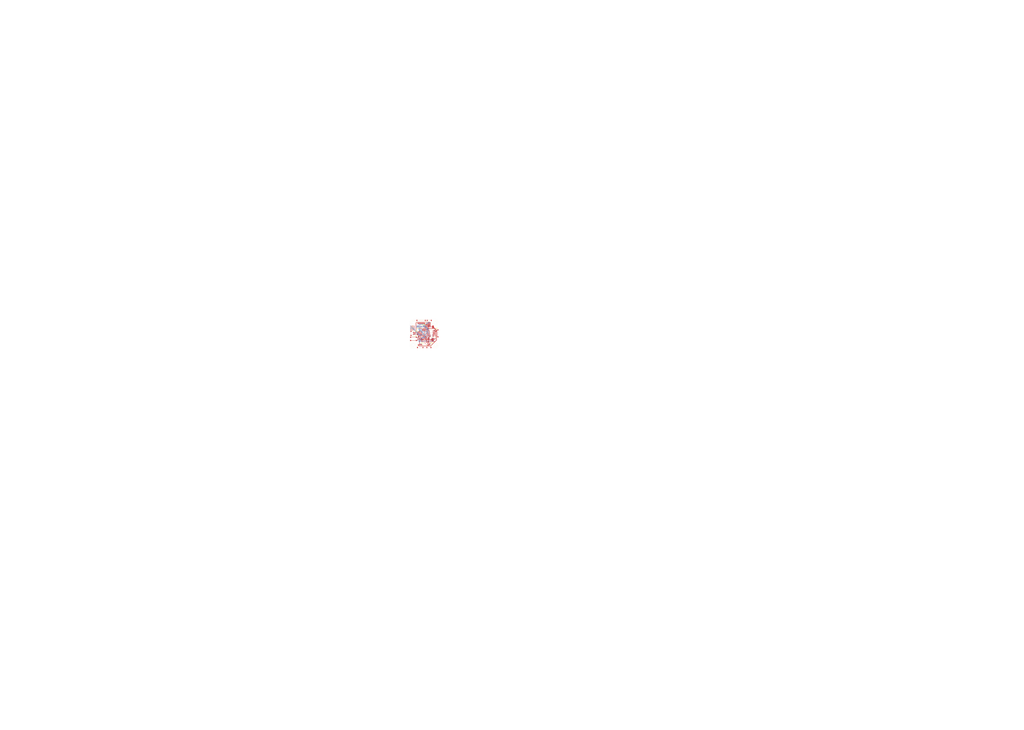
<source format=kicad_pcb>
(kicad_pcb (version 20240108) (generator "pcbnew") (generator_version "8.0")
  (layers (0 "F.Cu" signal) (1 "In1.Cu" power) (2 "In2.Cu" power) (31 "B.Cu" signal) (34 "B.Paste" user) (35 "F.Paste" user) (36 "B.SilkS" user "B.Silkscreen") (37 "F.SilkS" user "F.Silkscreen") (38 "B.Mask" user) (39 "F.Mask" user) (44 "Edge.Cuts" user))
  (net 0 "")
  (net 1 "+5V")
  (net 2 "GND")
  (net 3 "+BATT")
  (net 4 "+3.3V")
  (net 5 "+3.3VA")
  (net 6 "NRST")
  (net 7 "/HSE_IN")
  (net 8 "/HSE_OUT")
  (net 9 "Net-(U4-CAP)")
  (net 10 "/PWR_LED2_K")
  (net 11 "Net-(D3-K)")
  (net 12 "Net-(J3-Pin_3)")
  (net 13 "Net-(J3-Pin_2)")
  (net 14 "PWM2")
  (net 15 "PWM3")
  (net 16 "PWM4")
  (net 19 "PWM1")
  (net 20 "SCL1")
  (net 21 "SDA1")
  (net 23 "SDA2")
  (net 24 "SCL2")
  (net 25 "SWDIO")
  (net 26 "SWCLK")
  (net 27 "SWO")
  (net 28 "/BOOT0")
  (net 29 "ADCIN1")
  (net 30 "Net-(U4-~{RESET})")
  (net 31 "Net-(U4-~{BOOT_LOAD_PIN})")
  (net 32 "Net-(U5-~{OE})")
  (net 33 "Net-(D3-A)")
  (net 36 "Net-(D4-K)")
  (net 45 "Net-(D4-A)")
  (net 74 "Net-(D5-A)")
  (net 75 "Net-(D5-K)")
  (net 76 "TIM_CH3")
  (net 77 "TIM_CH2")
  (net 78 "TIM_CH1")
  (net 79 "TIM_CH3N")
  (net 80 "TIM_CH1N")
  (net 81 "TIM_CH2N")
  (net 82 "VIO")
  (footprint "Resistor_SMD:R_0402_1005Metric" (layer "F.Cu") (at 83.5 70.5 180)
    (property "Reference" "R18" (hide yes))
    (property "Value" "10k" (hide yes))
  )
  (footprint "Resistor_SMD:R_0402_1005Metric" (layer "F.Cu") (at 78.75 52.75)
    (property "Reference" "R10" (hide yes))
    (property "Value" "22" (hide yes))
  )
  (footprint "Connectors_JSTSpecial:JST_SH_SM04B-SRSS-TB_04x1.00mm_Angled" (layer "F.Cu") (at 92 43.5 180)
    (property "Reference" "J4" (hide yes))
    (property "Value" "Conn_01x04")
  )
  (footprint "Capacitor_SMD:C_0402_1005Metric" (layer "F.Cu") (at 79.25 60.25 -90)
    (property "Reference" "C15" (hide yes))
    (property "Value" "10pf" (hide yes))
  )
  (footprint "Resistor_SMD:R_0402_1005Metric" (layer "F.Cu") (at 90.5 73)
    (property "Reference" "R16" (hide yes))
    (property "Value" "2k2" (hide yes))
  )
  (footprint "Capacitor_SMD:C_0402_1005Metric" (layer "F.Cu") (at 79.25 62.25 90)
    (property "Reference" "C9" (hide yes))
    (property "Value" "1u" (hide yes))
  )
  (footprint "Package_TO_SOT_SMD:SOT-223-3_TabPin2" (layer "F.Cu") (at 94 50.5)
    (property "Reference" "U6" (hide yes))
    (property "Value" "AMS1117-5.0")
  )
  (footprint "LED_SMD:LED_0603_1608Metric" (layer "F.Cu") (at 67.75 51.25 180)
    (property "Reference" "D4" (hide yes))
    (property "Value" "BLUE")
  )
  (footprint "LED_SMD:LED_0603_1608Metric" (layer "F.Cu") (at 67.75 53 180)
    (property "Reference" "D5" (hide yes))
    (property "Value" "BLUE")
  )
  (footprint "Capacitor_SMD:C_0402_1005Metric" (layer "F.Cu") (at 76.75 62.25 90)
    (property "Reference" "C10" (hide yes))
    (property "Value" "1u" (hide yes))
  )
  (footprint "Capacitor_SMD:C_0402_1005Metric" (layer "F.Cu") (at 78 62.25 90)
    (property "Reference" "C8" (hide yes))
    (property "Value" "10n" (hide yes))
  )
  (footprint "Resistor_SMD:R_0402_1005Metric" (layer "F.Cu") (at 78.25 68.75 90)
    (property "Reference" "R19" (hide yes))
    (property "Value" "10k" (hide yes))
  )
  (footprint "Package_SO:TSSOP-28_4.4x9.7mm_P0.65mm" (layer "F.Cu") (at 94.75 59.5 180)
    (property "Reference" "U5" (hide yes))
    (property "Value" "PCA9685PW")
  )
  (footprint "Resistor_SMD:R_0402_1005Metric" (layer "F.Cu") (at 70.5 51.25 180)
    (property "Reference" "R2" (hide yes))
    (property "Value" "1k5")
  )
  (footprint "Resistor_SMD:R_0402_1005Metric" (layer "F.Cu") (at 99.5 67.5 180)
    (property "Reference" "R11" (hide yes))
    (property "Value" "1M" (hide yes))
  )
  (footprint "Connectors_JSTSpecial:JST_SH_SM04B-SRSS-TB_04x1.00mm_Angled" (layer "F.Cu") (at 91.5 77)
    (property "Reference" "J8" (hide yes))
    (property "Value" "Conn_01x04")
  )
  (footprint "Capacitor_SMD:C_0402_1005Metric" (layer "F.Cu") (at 89.5 55)
    (property "Reference" "C4" (hide yes))
    (property "Value" "100n" (hide yes))
  )
  (footprint "Capacitor_SMD:C_0402_1005Metric" (layer "F.Cu") (at 83 53.75)
    (property "Reference" "C7" (hide yes))
    (property "Value" "100n" (hide yes))
  )
  (footprint "Capacitor_SMD:C_0402_1005Metric" (layer "F.Cu") (at 78.25 66.75 -90)
    (property "Reference" "C16" (hide yes))
    (property "Value" "0.1u" (hide yes))
  )
  (footprint "Resistor_SMD:R_0402_1005Metric" (layer "F.Cu") (at 70.5 49.5 180)
    (property "Reference" "R13" (hide yes))
    (property "Value" "1k5" (hide yes))
  )
  (footprint "Resistor_SMD:R_0402_1005Metric" (layer "F.Cu") (at 92.5 73 180)
    (property "Reference" "R17" (hide yes))
    (property "Value" "2k2" (hide yes))
  )
  (footprint "Inductor_SMD:L_0603_1608Metric" (layer "F.Cu") (at 78.5 64 180)
    (property "Reference" "FB1" (hide yes))
    (property "Value" "120R")
  )
  (footprint "Crystal:Crystal_SMD_3225-4Pin_3.2x2.5mm" (layer "F.Cu") (at 76.75 59 -90)
    (property "Reference" "Y1" (hide yes))
    (property "Value" "16MHz" (hide yes))
  )
  (footprint "Resistor_SMD:R_0402_1005Metric" (layer "F.Cu") (at 89.75 64)
    (property "Reference" "R20" (hide yes))
    (property "Value" "10k" (hide yes))
  )
  (footprint "Capacitor_SMD:C_0805_2012Metric" (layer "F.Cu") (at 88.25 48.75 90)
    (property "Reference" "C1" (hide yes))
    (property "Value" "22u" (hide yes))
  )
  (footprint "Connectors_JSTSpecial:JST_SH_SM04B-SRSS-TB_04x1.00mm_Angled" (layer "F.Cu") (at 68.8125 59.5 -90)
    (property "Reference" "J7" (hide yes))
    (property "Value" "Conn_01x04")
  )
  (footprint "Package_LGA:LGA-28_5.2x3.8mm_P0.5mm" (layer "F.Cu") (at 82 67.5)
    (property "Reference" "U4" (hide yes))
    (property "Value" "BNO055")
  )
  (footprint "Capacitor_SMD:C_0603_1608Metric" (layer "F.Cu") (at 88 53.5)
    (property "Reference" "C3" (hide yes))
    (property "Value" "10u" (hide yes))
  )
  (footprint "Capacitor_SMD:C_0402_1005Metric" (layer "F.Cu") (at 87.75 65.5 180)
    (property "Reference" "C5" (hide yes))
    (property "Value" "100n" (hide yes))
  )
  (footprint "Resistor_SMD:R_0402_1005Metric" (layer "F.Cu") (at 70.5 54.75)
    (property "Reference" "R8" (hide yes))
    (property "Value" "1k5" (hide yes))
  )
  (footprint "Package_QFP:LQFP-48_7x7mm_P0.5mm" (layer "F.Cu") (at 85.25 59.5)
    (property "Reference" "U3" (hide yes))
    (property "Value" "STM32F103C8T6")
  )
  (footprint "LED_SMD:LED_0603_1608Metric" (layer "F.Cu") (at 67.75 49.5 180)
    (property "Reference" "D3" (hide yes))
    (property "Value" "BLUE")
  )
  (footprint "Connectors_JSTSpecial:JST_SH_SM10B-SRSS-TB_10x1.00mm_Angled" (layer "F.Cu") (at 80.75 43.5 180)
    (property "Reference" "J5" (hide yes))
    (property "Value" "Conn_01x10")
  )
  (footprint "Resistor_SMD:R_0402_1005Metric" (layer "F.Cu") (at 70.5 53 180)
    (property "Reference" "R3" (hide yes))
    (property "Value" "1k5")
  )
  (footprint "Capacitor_SMD:C_0402_1005Metric" (layer "F.Cu") (at 81.5 70.5)
    (property "Reference" "C17" (hide yes))
    (property "Value" "0.1u" (hide yes))
  )
  (footprint "Connectors_JSTSpecial:JST_SH_SM08B-SRSS-TB_08x1.00mm_Angled" (layer "F.Cu") (at 102 59.5 90)
    (property "Reference" "J1" (hide yes))
    (property "Value" "Conn_01x08")
  )
  (footprint "Button_Switch_SMD:SW_Push_1P1T_NO_6x6mm_H9.5mm" (layer "F.Cu") (at 70.25 67 180)
    (property "Reference" "SW1" (hide yes))
    (property "Value" "SW_SPST")
  )
  (footprint "Resistor_SMD:R_0402_1005Metric" (layer "F.Cu") (at 72.75 58.48 -90)
    (property "Reference" "R15" (hide yes))
    (property "Value" "2k2" (hide yes))
  )
  (footprint "Capacitor_SMD:C_0805_2012Metric" (layer "F.Cu") (at 87.75 67.25 180)
    (property "Reference" "C13" (hide yes))
    (property "Value" "22u" (hide yes))
  )
  (footprint "Capacitor_SMD:C_0805_2012Metric" (layer "F.Cu") (at 88.25 70 90)
    (property "Reference" "C12" (hide yes))
    (property "Value" "22u" (hide yes))
  )
  (footprint "LED_SMD:LED_0603_1608Metric" (layer "F.Cu") (at 67.75 54.75 180)
    (property "Reference" "D2" (hide yes))
    (property "Value" "Red")
  )
  (footprint "Connector_PinHeader_2.54mm:PinHeader_1x04_P2.54mm_Vertical" (layer "F.Cu") (at 76.13 50.25 90)
    (property "Reference" "J3" (hide yes))
    (property "Value" "Conn_01x04")
  )
  (footprint "Resistor_SMD:R_0402_1005Metric" (layer "F.Cu") (at 99.5 66.3)
    (property "Reference" "R12" (hide yes))
    (property "Value" "4.7M" (hide yes))
  )
  (footprint "Package_TO_SOT_SMD:SOT-223-3_TabPin2" (layer "F.Cu") (at 93.9 68.5)
    (property "Reference" "U2" (hide yes))
    (property "Value" "AMS1117-3.3")
  )
  (footprint "Resistor_SMD:R_0402_1005Metric" (layer "F.Cu") (at 76 65.56 -90)
    (property "Reference" "R5" (hide yes))
    (property "Value" "10k" (hide yes))
  )
  (footprint "Connectors_JSTSpecial:JST_SH_SM06B-SRSS-TB_06x1.00mm_Angled" (layer "F.Cu") (at 79.5 77)
    (property "Reference" "J6" (hide yes))
    (property "Value" "Conn_01x06")
  )
  (footprint "Resistor_SMD:R_0402_1005Metric" (layer "F.Cu") (at 80.75 52.75)
    (property "Reference" "R9" (hide yes))
    (property "Value" "22" (hide yes))
  )
  (footprint "Capacitor_SMD:C_0402_1005Metric" (layer "F.Cu") (at 76 67.78 -90)
    (property "Reference" "C11" (hide yes))
    (property "Value" "100n" (hide yes))
  )
  (footprint "Capacitor_SMD:C_0402_1005Metric" (layer "F.Cu") (at 79.25 58.25 90)
    (property "Reference" "C14" (hide yes))
    (property "Value" "10pf" (hide yes))
  )
  (footprint "Capacitor_SMD:C_0402_1005Metric" (layer "F.Cu") (at 79.25 56.25 90)
    (property "Reference" "C6" (hide yes))
    (property "Value" "100n" (hide yes))
  )
  (footprint "Capacitor_SMD:C_0805_2012Metric" (layer "F.Cu") (at 87.75 51.5 180)
    (property "Reference" "C2" (hide yes))
    (property "Value" "10u" (hide yes))
  )
  (footprint "Resistor_SMD:R_0402_1005Metric" (layer "F.Cu") (at 84.5 53.25 -90)
    (property "Reference" "R7" (hide yes))
    (property "Value" "10k" (hide yes))
  )
  (footprint "Resistor_SMD:R_0402_1005Metric" (layer "F.Cu") (at 72.75 60.51 90)
    (property "Reference" "R14" (hide yes))
    (property "Value" "2k2" (hide yes))
  )
  (gr_rect (start 73.9 55.5) (end 97.9 63.2) (stroke (width 0.1)) (fill none) (layer "B.SilkS"))
  (gr_circle (center 70 45) (end 73.5 45) (stroke (width 0.1)) (fill none) (layer "F.SilkS"))
  (gr_circle (center 100.5 45) (end 97 45) (stroke (width 0.1)) (fill none) (layer "F.SilkS"))
  (gr_circle (center 70 75.5) (end 73.5 75.5) (stroke (width 0.1)) (fill none) (layer "F.SilkS"))
  (gr_circle (center 100.5 75.5) (end 97 75.5) (stroke (width 0.1)) (fill none) (layer "F.SilkS"))
  (gr_arc (start 70 80.5) (mid 66.464466 79.035534) (end 65 75.5) (stroke (width 0.05)) (layer "Edge.Cuts"))
  (gr_circle (center 100.5 45) (end 98.5 45) (stroke (width 0.1)) (fill none) (layer "Edge.Cuts"))
  (gr_arc (start 65 45) (mid 66.464466 41.464466) (end 70 40) (stroke (width 0.05)) (layer "Edge.Cuts"))
  (gr_circle (center 70 45) (end 72 45) (stroke (width 0.1)) (fill none) (layer "Edge.Cuts"))
  (gr_arc (start 105.5 75.5) (mid 104.035534 79.035534) (end 100.5 80.5) (stroke (width 0.05)) (layer "Edge.Cuts"))
  (gr_circle (center 70 75.5) (end 72 75.5) (stroke (width 0.1)) (fill none) (layer "Edge.Cuts"))
  (gr_arc (start 100.5 40) (mid 104.035534 41.464466) (end 105.5 45) (stroke (width 0.05)) (layer "Edge.Cuts"))
  (gr_line (start 70 40) (end 100.5 40) (stroke (width 0.05)) (layer "Edge.Cuts"))
  (gr_line (start 65 75.5) (end 65 45) (stroke (width 0.05)) (layer "Edge.Cuts"))
  (gr_line (start 105.5 45) (end 105.5 75.5) (stroke (width 0.05)) (layer "Edge.Cuts"))
  (gr_circle (center 100.5 75.5) (end 98.5 75.5) (stroke (width 0.1)) (fill none) (layer "Edge.Cuts"))
  (gr_line (start 100.5 80.5) (end 70 80.5) (stroke (width 0.05)) (layer "Edge.Cuts"))
  (gr_text "- SDA SCL +" (at 94 79.4 0) (layer "B.SilkS") (effects (font (size 0.5 0.5) (thickness 0.1)) (justify left bottom mirror)))
  (gr_text "- + S S S S X X" (at 104.4 55.9 90) (layer "B.SilkS") (effects (font (size 0.5 0.5) (thickness 0.1)) (justify left bottom mirror)))
  (gr_text "SJS Capstone PCB\nLandon Doughty, Ayaan Dhuka\nCaiman Moreno-Earle\nV2. 2025" (at 85.75 62 0) (layer "B.SilkS") (effects (font (size 1 1) (thickness 0.1)) (justify bottom mirror)))
  (gr_text "- - U V W UH VH WH VIO +" (at 74.8 41.2 180) (layer "B.SilkS") (effects (font (size 0.5 0.5) (thickness 0.1)) (justify left bottom mirror)))
  (gr_text "X - - SDA SCL +" (at 83.1 79.3 0) (layer "B.SilkS") (effects (font (size 0.5 0.5) (thickness 0.1)) (justify left bottom mirror)))
  (gr_text "+ SWCLK SWDIO -" (at 77.1 51.5 180) (layer "B.SilkS") (effects (font (size 0.5 0.5) (thickness 0.1)) (justify left bottom mirror)))
  (gr_text "- SDA SCL +" (at 66.4 62 -90) (layer "B.SilkS") (effects (font (size 0.5 0.5) (thickness 0.1)) (justify left bottom mirror)))
  (gr_text "- SDA SCL +" (at 89.3 41 180) (layer "B.SilkS") (effects (font (size 0.5 0.5) (thickness 0.1)) (justify left bottom mirror)))
  (gr_text "ESC" (at 100.5 53.25 0) (layer "F.SilkS" knockout) (effects (font (size 1 1)) (justify left bottom)))
  (gr_text "JLCJLCJLCJLC" (at 82.75 62.75 45) (layer "F.SilkS") (effects (font (size 0.8 0.8) (thickness 0.1)) (justify left bottom)))
  (gr_text "SWD" (at 74.5 53.5 0) (layer "F.SilkS" knockout) (effects (font (size 1 1)) (justify left bottom)))
  (gr_text "OLED" (at 72.1 56.8 0) (layer "F.SilkS" knockout) (effects (font (size 1 1)) (justify left bottom)))
  (gr_text "GIMBAL" (at 81.75 48.25 0) (layer "F.SilkS" knockout) (effects (font (size 1 1)) (justify left bottom)))
  (gr_text "LIDAR" (at 80.25 73.5 0) (layer "F.SilkS" knockout) (effects (font (size 1 1)) (justify left bottom)))
  (gr_text "RST" (at 72.25 63.5 0) (layer "F.SilkS" knockout) (effects (font (size 1 1)) (justify left bottom)))
  (gr_text "I2C2" (at 93.5 73.5 0) (layer "F.SilkS" knockout) (effects (font (size 1 1)) (justify left bottom)))
  (segment (start 89.412562 46.5) (end 89.662562 46.75) (width 0.6) (layer "F.Cu") (net 1))
  (segment (start 85.25 46.25) (end 85.5 46.5) (width 0.6) (layer "F.Cu") (net 1))
  (segment (start 102 68.75) (end 99.85 70.9) (width 0.6) (layer "F.Cu") (net 1))
  (segment (start 93.05 49.7) (end 90.05 49.7) (width 0.6) (layer "F.Cu") (net 1))
  (segment (start 97.15 50.5) (end 97.631371 50.5) (width 0.6) (layer "F.Cu") (net 1))
  (segment (start 90.85 70.9) (end 90.75 70.8) (width 0.6) (layer "F.Cu") (net 1))
  (segment (start 85.5 46.5) (end 89.412562 46.5) (width 0.6) (layer "F.Cu") (net 1))
  (segment (start 97.631371 50.5) (end 102.55 55.418629) (width 0.6) (layer "F.Cu") (net 1))
  (segment (start 89.662562 46.75) (end 93 46.75) (width 0.6) (layer "F.Cu") (net 1))
  (segment (start 93 46.75) (end 93.5 47.25) (width 0.6) (layer "F.Cu") (net 1))
  (segment (start 93.5 49.25) (end 93.05 49.7) (width 0.6) (layer "F.Cu") (net 1))
  (segment (start 102.55 55.418629) (end 102.55 63.2) (width 0.6) (layer "F.Cu") (net 1))
  (segment (start 99.85 70.9) (end 93.9125 76.8375) (width 0.6) (layer "F.Cu") (net 1))
  (segment (start 88.4 70.8) (end 88.25 70.95) (width 0.6) (layer "F.Cu") (net 1))
  (segment (start 102.55 63.2) (end 102 63.75) (width 0.6) (layer "F.Cu") (net 1))
  (segment (start 102 63.75) (end 102 68.75) (width 0.6) (layer "F.Cu") (net 1))
  (segment (start 90.05 49.7) (end 90.85 50.5) (width 0.6) (layer "F.Cu") (net 1))
  (segment (start 93.9125 76.8375) (end 77.7 76.8375) (width 0.6) (layer "F.Cu") (net 1))
  (segment (start 90.85 50.5) (end 97.15 50.5) (width 0.6) (layer "F.Cu") (net 1))
  (segment (start 99.85 70.9) (end 90.85 70.9) (width 0.6) (layer "F.Cu") (net 1))
  (segment (start 88.25 49.7) (end 90.05 49.7) (width 0.6) (layer "F.Cu") (net 1))
  (segment (start 77 76.1375) (end 77 75.0625) (width 0.6) (layer "F.Cu") (net 1))
  (segment (start 93.5 47.25) (end 93.5 49.25) (width 0.6) (layer "F.Cu") (net 1))
  (segment (start 77.7 76.8375) (end 77 76.1375) (width 0.6) (layer "F.Cu") (net 1))
  (segment (start 85.25 45.4375) (end 85.25 46.25) (width 0.6) (layer "F.Cu") (net 1))
  (segment (start 90.75 70.8) (end 88.4 70.8) (width 0.6) (layer "F.Cu") (net 1))
  (segment (start 88.25 69.05) (end 87.55 69.05) (width 0.3) (layer "F.Cu") (net 2))
  (segment (start 91.2 65.1) (end 91.6 65.1) (width 0.6) (layer "F.Cu") (net 2))
  (segment (start 90.8 65.2) (end 90.7 65.1) (width 0.6) (layer "F.Cu") (net 2))
  (segment (start 76.75 61.77) (end 79.25 61.77) (width 0.3) (layer "F.Cu") (net 2))
  (segment (start 78.1 56.9) (end 78.5 57.3) (width 0.3) (layer "F.Cu") (net 2))
  (segment (start 91.2 65.1) (end 91.2 65.75) (width 0.6) (layer "F.Cu") (net 2))
  (segment (start 78.5 57.3) (end 78.2 57.3) (width 0.3) (layer "F.Cu") (net 2))
  (segment (start 92.2 48.8) (end 91.45 48.8) (width 0.6) (layer "F.Cu") (net 2))
  (segment (start 80.5 66.75) (end 81.502 66.75) (width 0.3) (layer "F.Cu") (net 2))
  (segment (start 71.01 49.5) (end 71.01 53) (width 0.3) (layer "F.Cu") (net 2))
  (segment (start 77.63 66.27) (end 77.6 66.3) (width 0.3) (layer "F.Cu") (net 2))
  (segment (start 92.2 48.4) (end 92 48.2) (width 0.6) (layer "F.Cu") (net 2))
  (segment (start 89.8 45.7) (end 90.2375 45.7) (width 0.3) (layer "F.Cu") (net 2))
  (segment (start 87.9 69.4) (end 88.25 69.05) (width 0.3) (layer "F.Cu") (net 2))
  (segment (start 90.45 47.8) (end 90.85 48.2) (width 0.6) (layer "F.Cu") (net 2))
  (segment (start 99 55.6) (end 99 56) (width 0.6) (layer "F.Cu") (net 2))
  (segment (start 88.25 47.8) (end 90.45 47.8) (width 0.6) (layer "F.Cu") (net 2))
  (segment (start 89.4125 57.25) (end 90.25312 57.25) (width 0.3) (layer "F.Cu") (net 2))
  (segment (start 97.5875 62.4) (end 97.6125 62.425) (width 0.3) (layer "F.Cu") (net 2))
  (segment (start 78.1 57.4) (end 77.6 57.9) (width 0.3) (layer "F.Cu") (net 2))
  (segment (start 83 54.276846) (end 83 55.3375) (width 0.3) (layer "F.Cu") (net 2))
  (segment (start 87.55 69.05) (end 87.2 69.4) (width 0.3) (layer "F.Cu") (net 2))
  (segment (start 76 68.9) (end 75.73 68.63) (width 0.3) (layer "F.Cu") (net 2))
  (segment (start 87.9 68.7) (end 88.25 69.05) (width 0.3) (layer "F.Cu") (net 2))
  (segment (start 90.48 54.5) (end 90.34 54.64) (width 0.3) (layer "F.Cu") (net 2))
  (segment (start 99 56) (end 100.0625 56) (width 0.6) (layer "F.Cu") (net 2))
  (segment (start 77.3 46.7) (end 77.3 45.4875) (width 0.3) (layer "F.Cu") (net 2))
  (segment (start 76.2 61.8) (end 76 61.8) (width 0.3) (layer "F.Cu") (net 2))
  (segment (start 87.2 68.7) (end 87.9 68.7) (width 0.3) (layer "F.Cu") (net 2))
  (segment (start 80.25 66.75) (end 80.5 66.75) (width 0.3) (layer "F.Cu") (net 2))
  (segment (start 77.2 56.9) (end 78.1 56.9) (width 0.3) (layer "F.Cu") (net 2))
  (segment (start 97.6125 62.425) (end 97.6125 63.075) (width 0.2) (layer "F.Cu") (net 2))
  (segment (start 92.5 48.2) (end 92 48.2) (width 0.6) (layer "F.Cu") (net 2))
  (segment (start 87.27 65.83) (end 86.9 66.2) (width 0.3) (layer "F.Cu") (net 2))
  (segment (start 71.01 51.25) (end 71.55 51.25) (width 0.3) (layer "F.Cu") (net 2))
  (segment (start 97.6125 61.125) (end 97.6125 61.775) (width 0.2) (layer "F.Cu") (net 2))
  (segment (start 77.9 55.5) (end 78.98 55.5) (width 0.3) (layer "F.Cu") (net 2))
  (segment (start 83.48 53.75) (end 83.48 53.02) (width 0.3) (layer "F.Cu") (net 2))
  (segment (start 83 54.23) (end 83 55.3875) (width 0.2) (layer "F.Cu") (net 2))
  (segment (start 99.38125 55.61875) (end 99.35 55.65) (width 0.3) (layer "F.Cu") (net 2))
  (segment (start 80.25 66.75) (end 80.5 67) (width 0.3) (layer "F.Cu") (net 2))
  (segment (start 71.01 54.75) (end 71.01 53) (width 0.3) (layer "F.Cu") (net 2))
  (segment (start 92.2 48.8) (end 92.2 48.4) (width 0.6) (layer "F.Cu") (net 2))
  (segment (start 90.9 54.5) (end 90.48 54.5) (width 0.3) (layer "F.Cu") (net 2))
  (segment (start 87.375 66.675) (end 86.8 67.25) (width 0.3) (layer "F.Cu") (net 2))
  (segment (start 76.2 46.7) (end 76.2 45.4875) (width 0.3) (layer "F.Cu") (net 2))
  (segment (start 100.6 67.5) (end 100.01 67.5) (width 0.3) (layer "F.Cu") (net 2))
  (segment (start 76.2 45.4875) (end 76.25 45.4375) (width 0.3) (layer "F.Cu") (net 2))
  (segment (start 80 73.9) (end 80 75.0625) (width 0.3) (layer "F.Cu") (net 2))
  (segment (start 81.8605 68.3875) (end 81.723 68.25) (width 0.3) (layer "F.Cu") (net 2))
  (segment (start 81.75 69.1625) (end 81.75 70.27) (width 0.3) (layer "F.Cu") (net 2))
  (segment (start 88.25 68.7) (end 86.8 67.25) (width 0.6) (layer "F.Cu") (net 2))
  (segment (start 81.502 66.75) (end 81.75 66.502) (width 0.3) (layer "F.Cu") (net 2))
  (segment (start 78.2 65.7) (end 78.2 66.22) (width 0.3) (layer "F.Cu") (net 2))
  (segment (start 79.6125 66.75) (end 78.776846 66.75) (width 0.3) (layer "F.Cu") (net 2))
  (segment (start 81.75 68.498) (end 81.75 69.1625) (width 0.3) (layer "F.Cu") (net 2))
  (segment (start 81 73.9) (end 81 75.0625) (width 0.3) (layer "F.Cu") (net 2))
  (segment (start 90.5 54.9) (end 90.4 55) (width 0.3) (layer "F.Cu") (net 2))
  (segment (start 77.8 57.7) (end 77.6 57.9) (width 0.3) (layer "F.Cu") (net 2))
  (segment (start 76 68.26) (end 76.66 68.26) (width 0.3) (layer "F.Cu") (net 2))
  (segment (start 90.8 67.2) (end 91.55 67.2) (width 0.6) (layer "F.Cu") (net 2))
  (segment (start 90.2375 45.7) (end 90.5 45.4375) (width 0.3) (layer "F.Cu") (net 2))
  (segment (start 83.48 53.796846) (end 83 54.276846) (width 0.3) (layer "F.Cu") (net 2))
  (segment (start 79.6125 68.25) (end 80.277 68.25) (width 0.3) (layer "F.Cu") (net 2))
  (segment (start 80 75.0625) (end 81 75.0625) (width 0.3) (layer "F.Cu") (net 2))
  (segment (start 87.5 65.27) (end 87.5 63.7125) (width 0.2) (layer "F.Cu") (net 2))
  (segment (start 77.8 66) (end 78.1 65.7) (width 0.3) (layer "F.Cu") (net 2))
  (segment (start 87.27 65.5) (end 87.27 65.83) (width 0.3) (layer "F.Cu") (net 2))
  (segment (start 81.75 65.8375) (end 81.75 66.502) (width 0.3) (layer "F.Cu") (net 2))
  (segment (start 91.2 65.75) (end 90.75 66.2) (width 0.6) (layer "F.Cu") (net 2))
  (segment (start 92.5 47.9) (end 92.2 47.6) (width 0.6) (layer "F.Cu") (net 2))
  (segment (start 91.075 61.775) (end 91.8875 61.775) (width 0.3) (layer "F.Cu") (net 2))
  (segment (start 78.2 66.22) (end 78.25 66.27) (width 0.3) (layer "F.Cu") (net 2))
  (segment (start 76.66 68.26) (end 76.7 68.3) (width 0.3) (layer "F.Cu") (net 2))
  (segment (start 86.9 67.15) (end 86.8 67.25) (width 0.3) (layer "F.Cu") (net 2))
  (segment (start 83.48 53.75) (end 83 54.23) (width 0.2) (layer "F.Cu") (net 2))
  (segment (start 76.2 61.8) (end 76.2 61.22) (width 0.3) (layer "F.Cu") (net 2))
  (segment (start 90.34 54.64) (end 89.2 53.5) (width 0.3) (layer "F.Cu") (net 2))
  (segment (start 90.7 65.1) (end 91.2 65.1) (width 0.6) (layer "F.Cu") (net 2))
  (segment (start 75.73 68.63) (end 75.63 68.63) (width 0.3) (layer "F.Cu") (net 2))
  (segment (start 75.01 69.25) (end 75.63 68.63) (width 0.3) (layer "F.Cu") (net 2))
  (segment (start 71.55 51.25) (end 71.6 51.2) (width 0.3) (layer "F.Cu") (net 2))
  (segment (start 87.5 65.27) (end 87.27 65.5) (width 0.3) (layer "F.Cu") (net 2))
  (segment (start 91.8875 61.125) (end 91.8875 61.775) (width 0.3) (layer "F.Cu") (net 2))
  (segment (start 76.7 68.3) (end 76.6 68.3) (width 0.3) (layer "F.Cu") (net 2))
  (segment (start 90.5 55.52) (end 89.98 55) (width 0.3) (layer "F.Cu") (net 2))
  (segment (start 97.5875 61.1) (end 97.6125 61.125) (width 0.3) (layer "F.Cu") (net 2))
  (segment (start 77.8 66) (end 77.98 66) (width 0.3) (layer "F.Cu") (net 2))
  (segment (start 79.75 69.1625) (end 79.75 68.3875) (width 0.3) (layer "F.Cu") (net 2))
  (segment (start 87.5 66.2) (end 87.5 65.73) (width 0.3) (layer "F.Cu") (net 2))
  (segment (start 77.6 66.2) (end 77.8 66) (width 0.3) (layer "F.Cu") (net 2))
  (segment (start 86.8 49.25) (end 88.25 47.8) (width 0.6) (layer "F.Cu") (net 2))
  (segment (start 99.3375 55.275) (end 100.0625 56) (width 0.3) (layer "F.Cu") (net 2))
  (segment (start 76 68.9) (end 76 68.26) (width 0.3) (layer "F.Cu") (net 2))
  (segment (start 91.55 67.2) (end 91.6 67.25) (width 0.6) (layer "F.Cu") (net 2))
  (segment (start 79.75 68.3875) (end 79.6125 68.25) (width 0.3) (layer "F.Cu") (net 2))
  (segment (start 97.6125 63.075) (end 97.6125 63.725) (width 0.2) (layer "F.Cu") (net 2))
  (segment (start 93 74) (end 93 75.0625) (width 0.3) (layer "F.Cu") (net 2))
  (segment (start 75 60.1) (end 75.9 60.1) (width 0.3) (layer "F.Cu") (net 2))
  (segment (start 91.65 67.25) (end 91.6 67.25) (width 0.6) (layer "F.Cu") (net 2))
  (segment (start 99.68125 55.61875) (end 99.38125 55.61875) (width 0.3) (layer "F.Cu") (net 2))
  (segment (start 99.35 55.65) (end 99 56) (width 0.3) (layer "F.Cu") (net 2))
  (segment (start 90.9 54.5) (end 90.5 54.9) (width 0.3) (layer "F.Cu") (net 2))
  (segment (start 76.57 61.77) (end 75.9 61.1) (width 0.3) (layer "F.Cu") (net 2))
  (segment (start 75.9 60.1) (end 75.9 60.92) (width 0.6) (layer "F.Cu") (net 2))
  (segment (start 90.8 67.2) (end 90.8 65.2) (width 0.6) (layer "F.Cu") (net 2))
  (segment (start 84.5 52.74) (end 83.76 52.74) (width 0.3) (layer "F.Cu") (net 2))
  (segment (start 88.25 69.05) (end 88.25 68.7) (width 0.6) (layer "F.Cu") (net 2))
  (segment (start 76.6 68.3) (end 76 68.9) (width 0.3) (layer "F.Cu") (net 2))
  (segment (start 92.5 48.2) (end 92.05 48.2) (width 0.6) (layer "F.Cu") (net 2))
  (segment (start 75 60.6) (end 75.5 61.1) (width 0.6) (layer "F.Cu") (net 2))
  (segment (start 87.5 66.2) (end 86.9 66.2) (width 0.3) (layer "F.Cu") (net 2))
  (segment (start 92.5 48.5) (end 92.2 48.8) (width 0.6) (layer "F.Cu") (net 2))
  (segment (start 96.5 62.4) (end 97.5875 62.4) (width 0.3) (layer "F.Cu") (net 2))
  (segment (start 77.4 57.1) (end 77.2 56.9) (width 0.3) (layer "F.Cu") (net 2))
  (segment (start 75.2 60.8) (end 75.9 60.1) (width 0.6) (layer "F.Cu") (net 2))
  (segment (start 78.98 55.5) (end 79.25 55.77) (width 0.3) (layer "F.Cu") (net 2))
  (segment (start 81.723 68.25) (end 79.6125 68.25) (width 0.3) (layer "F.Cu") (net 2))
  (segment (start 91.45 48.8) (end 90.85 48.2) (width 0.6) (layer "F.Cu") (net 2))
  (segment (start 87.5 63.6625) (end 87.5 65.27) (width 0.3) (layer "F.Cu") (net 2))
  (segment (start 82 71.3) (end 82 70.52) (width 0.3) (layer "F.Cu") (net 2))
  (segment (start 77.2 56.9) (end 77.2 57.5) (width 0.3) (layer "F.Cu") (net 2))
  (segment (start 78.1 65.7) (end 78.2 65.7) (width 0.3) (layer "F.Cu") (net 2))
  (segment (start 83.48 53.02) (end 83.5 53) (width 0.3) (layer "F.Cu") (net 2))
  (segment (start 100.0625 56) (end 99.68125 55.61875) (width 0.3) (layer "F.Cu") (net 2))
  (segment (start 90.4 55) (end 89.98 55) (width 0.3) (layer "F.Cu") (net 2))
  (segment (start 91.6 65.1) (end 91.6 67.25) (width 0.6) (layer "F.Cu") (net 2))
  (segment (start 77.98 66) (end 78.25 66.27) (width 0.3) (layer "F.Cu") (net 2))
  (segment (start 87.2 69.4) (end 87.2 68.7) (width 0.3) (layer "F.Cu") (net 2))
  (segment (start 97.5875 63.7) (end 97.6125 63.725) (width 0.3) (layer "F.Cu") (net 2))
  (segment (start 90.25312 57.25) (end 90.5 57.00312) (width 0.3) (layer "F.Cu") (net 2))
  (segment (start 77.6 66.3) (end 77.6 66.2) (width 0.3) (layer "F.Cu") (net 2))
  (segment (start 82.498 67.25) (end 84.3875 67.25) (width 0.3) (layer "F.Cu") (net 2))
  (segment (start 97.6125 63.725) (end 97.6125 61.125) (width 0.3) (layer "F.Cu") (net 2))
  (segment (start 100.1 55.9625) (end 100.0625 56) (width 0.6) (layer "F.Cu") (net 2))
  (segment (start 97.6125 55.275) (end 99.3375 55.275) (width 0.3) (layer "F.Cu") (net 2))
  (segment (start 99.5625 55.5) (end 99.5 55.5) (width 0.3) (layer "F.Cu") (net 2))
  (segment (start 76.78 61.8) (end 76.2 61.8) (width 0.3) (layer "F.Cu") (net 2))
  (segment (start 89.4625 57.25) (end 89.4125 57.3) (width 0.2) (layer "F.Cu") (net 2))
  (segment (start 92.5 48.2) (end 92.5 48.5) (width 0.6) (layer "F.Cu") (net 2))
  (segment (start 86.9 66.2) (end 86.9 67.15) (width 0.3) (layer "F.Cu") (net 2))
  (segment (start 96.5 63.7) (end 97.5875 63.7) (width 0.3) (layer "F.Cu") (net 2))
  (segment (start 79.25 61.77) (end 79.25 60.73) (width 0.3) (layer "F.Cu") (net 2))
  (segment (start 75.63 68.63) (end 76 68.26) (width 0.3) (layer "F.Cu") (net 2))
  (segment (start 78.1 57.1) (end 77.4 57.1) (width 0.3) (layer "F.Cu") (net 2))
  (segment (start 92.1 66.8) (end 91.65 67.25) (width 0.6) (layer "F.Cu") (net 2))
  (segment (start 79.296846 60.73) (end 79.776846 60.25) (width 0.3) (layer "F.Cu") (net 2))
  (segment (start 82 70.52) (end 81.98 70.5) (width 0.3) (layer "F.Cu") (net 2))
  (segment (start 75.9 61.5) (end 75.9 60.1) (width 0.3) (layer "F.Cu") (net 2))
  (segment (start 79.776846 60.25) (end 81.0875 60.25) (width 0.3) (layer "F.Cu") (net 2))
  (segment (start 78.25 66.27) (end 77.63 66.27) (width 0.3) (layer "F.Cu") (net 2))
  (segment (start 79.25 60.73) (end 79.296846 60.73) (width 0.3) (layer "F.Cu") (net 2))
  (segment (start 89.3 64.06) (end 89.24 64) (width 0.3) (layer "F.Cu") (net 2))
  (segment (start 79.6125 66.75) (end 80.25 66.75) (width 0.3) (layer "F.Cu") (net 2))
  (segment (start 66.275 69.25) (end 74.225 69.25) (width 0.3) (layer "F.Cu") (net 2))
  (segment (start 99.68125 55.61875) (end 99.5625 55.5) (width 0.3) (layer "F.Cu") (net 2))
  (segment (start 89.98 54.705) (end 88.775 53.5) (width 0.3) (layer "F.Cu") (net 2))
  (segment (start 71.6 49.5) (end 71.01 49.5) (width 0.3) (layer "F.Cu") (net 2))
  (segment (start 80.5 68.027) (end 80.5 67) (width 0.3) (layer "F.Cu") (net 2))
  (segment (start 76.2 61.22) (end 75.9 60.92) (width 0.3) (layer "F.Cu") (net 2))
  (segment (start 76.75 61.77) (end 76.57 61.77) (width 0.3) (layer "F.Cu") (net 2))
  (segment (start 78.296846 66.27) (end 78.25 66.27) (width 0.3) (layer "F.Cu") (net 2))
  (segment (start 86.8 51.5) (end 86.8 49.25) (width 0.6) (layer "F.Cu") (net 2))
  (segment (start 75.9 60.92) (end 76.75 61.77) (width 0.6) (layer "F.Cu") (net 2))
  (segment (start 78.776846 66.75) (end 78.296846 66.27) (width 0.3) (layer "F.Cu") (net 2))
  (segment (start 84.25 69.1625) (end 84.25 68.3875) (width 0.3) (layer "F.Cu") (net 2))
  (segment (start 99.9 55.3) (end 100.1 55.5) (width 0.6) (layer "F.Cu") (net 2))
  (segment (start 92.5 48.2) (end 92.5 47.9) (width 0.6) (layer "F.Cu") (net 2))
  (segment (start 75 60.1) (end 75 60.6) (width 0.6) (layer "F.Cu") (net 2))
  (segment (start 89.98 55) (end 89.98 54.705) (width 0.3) (layer "F.Cu") (net 2))
  (segment (start 99.5 55.5) (end 99.35 55.65) (width 0.3) (layer "F.Cu") (net 2))
  (segment (start 92.05 48.2) (end 91.45 48.8) (width 0.6) (layer "F.Cu") (net 2))
  (segment (start 81.8605 68.3875) (end 81.75 68.498) (width 0.3) (layer "F.Cu") (net 2))
  (segment (start 77.3 45.4875) (end 77.25 45.4375) (width 0.3) (layer "F.Cu") (net 2))
  (segment (start 90.34 54.64) (end 89.98 55) (width 0.3) (layer "F.Cu") (net 2))
  (segment (start 75 60.8) (end 75.2 60.8) (width 0.6) (layer "F.Cu") (net 2))
  (segment (start 92.1 66.2) (end 92.1 66.8) (width 0.6) (layer "F.Cu") (net 2))
  (segment (start 92.1 65.6) (end 91.6 65.1) (width 0.6) (layer "F.Cu") (net 2))
  (segment (start 84.3875 68.25) (end 84.25 68.3875) (width 0.3) (layer "F.Cu") (net 2))
  (segment (start 89.6 47.8) (end 89.6 48.6) (width 0.6) (layer "F.Cu") (net 2))
  (segment (start 92 48.2) (end 90.85 48.2) (width 0.6) (layer "F.Cu") (net 2))
  (segment (start 78.2 57.3) (end 77.6 57.9) (width 0.3) (layer "F.Cu") (net 2))
  (segment (start 79.25 57.77) (end 77.73 57.77) (width 0.3) (layer "F.Cu") (net 2))
  (segment (start 100.1 55.5) (end 100.1 55.9625) (width 0.6) (layer "F.Cu") (net 2))
  (segment (start 77.2 57.5) (end 77.6 57.9) (width 0.3) (layer "F.Cu") (net 2))
  (segment (start 90.7 61.4) (end 91.075 61.775) (width 0.3) (layer "F.Cu") (net 2))
  (segment (start 83.76 52.74) (end 83.5 53) (width 0.3) (layer "F.Cu") (net 2))
  (segment (start 87.5 65.73) (end 87.27 65.5) (width 0.3) (layer "F.Cu") (net 2))
  (segment (start 81.75 70.27) (end 81.98 70.5) (width 0.3) (layer "F.Cu") (net 2))
  (segment (start 90.5 54.9) (end 90.5 55.8) (width 0.3) (layer "F.Cu") (net 2))
  (segment (start 81.75 66.502) (end 82.498 67.25) (width 0.3) (layer "F.Cu") (net 2))
  (segment (start 77.8 56.9) (end 77.8 57.7) (width 0.3) (layer "F.Cu") (net 2))
  (segment (start 99.7625 56) (end 99.38125 55.61875) (width 0.6) (layer "F.Cu") (net 2))
  (segment (start 87.375 66.675) (end 86.9 66.2) (width 0.3) (layer "F.Cu") (net 2))
  (segment (start 100.1 55.5) (end 99.5 55.5) (width 0.3) (layer "F.Cu") (net 2))
  (segment (start 87.55 69.05) (end 87.2 68.7) (width 0.3) (layer "F.Cu") (net 2))
  (segment (start 92.1 66.2) (end 92.1 65.6) (width 0.6) (layer "F.Cu") (net 2))
  (segment (start 83.48 53.75) (end 83.48 53.796846) (width 0.3) (layer "F.Cu") (net 2))
  (segment (start 76 61.8) (end 75.8 61.6) (width 0.3) (layer "F.Cu") (net 2))
  (segment (start 84.25 68.3875) (end 81.8605 68.3875) (width 0.3) (layer "F.Cu") (net 2))
  (segment (start 75 60.1) (end 75 60.8) (width 0.3) (layer "F.Cu") (net 2))
  (segment (start 100.0625 56) (end 99.7625 56) (width 0.6) (layer "F.Cu") (net 2))
  (segment (start 98.7 55.3) (end 99.9 55.3) (width 0.6) (layer "F.Cu") (net 2))
  (segment (start 75.5 61.1) (end 75.2 60.8) (width 0.6) (layer "F.Cu") (net 2))
  (segment (start 71.6 53) (end 71.01 53) (width 0.3) (layer "F.Cu") (net 2))
  (segment (start 80.5 67) (end 80.5 66.75) (width 0.3) (layer "F.Cu") (net 2))
  (segment (start 78.1 56.9) (end 78.1 57.1) (width 0.3) (layer "F.Cu") (net 2))
  (segment (start 74.225 69.25) (end 75.01 69.25) (width 0.3) (layer "F.Cu") (net 2))
  (segment (start 89.2 53.5) (end 88.775 53.5) (width 0.3) (layer "F.Cu") (net 2))
  (segment (start 84.3875 67.25) (end 84.3875 68.25) (width 0.3) (layer "F.Cu") (net 2))
  (segment (start 87.5 66.55) (end 87.375 66.675) (width 0.3) (layer "F.Cu") (net 2))
  (segment (start 96.5 61.1) (end 97.5875 61.1) (width 0.3) (layer "F.Cu") (net 2))
  (segment (start 71.9 61) (end 69.6 61) (width 0.3) (layer "F.Cu") (net 2))
  (segment (start 78.1 57.1) (end 78.1 57.4) (width 0.3) (layer "F.Cu") (net 2))
  (segment (start 76.75 61.77) (end 76.78 61.8) (width 0.3) (layer "F.Cu") (net 2))
  (segment (start 92.2 47.6) (end 91.45 47.6) (width 0.6) (layer "F.Cu") (net 2))
  (segment (start 91.45 47.6) (end 90.85 48.2) (width 0.6) (layer "F.Cu") (net 2))
  (segment (start 87.2 69.4) (end 87.9 69.4) (width 0.3) (layer "F.Cu") (net 2))
  (segment (start 77.73 57.77) (end 77.6 57.9) (width 0.3) (layer "F.Cu") (net 2))
  (segment (start 80.277 68.25) (end 80.5 68.027) (width 0.3) (layer "F.Cu") (net 2))
  (segment (start 89.3 64.7) (end 89.3 64.06) (width 0.3) (layer "F.Cu") (net 2))
  (segment (start 87.5 66.2) (end 87.5 66.55) (width 0.3) (layer "F.Cu") (net 2))
  (segment (start 90.5 57.00312) (end 90.5 55.8) (width 0.3) (layer "F.Cu") (net 2))
  (segment (start 75.8 61.6) (end 75 60.8) (width 0.3) (layer "F.Cu") (net 2))
  (segment (start 97.6125 61.775) (end 97.6125 62.425) (width 0.2) (layer "F.Cu") (net 2))
  (segment (start 75.9 61.1) (end 75.5 61.1) (width 0.6) (layer "F.Cu") (net 2))
  (segment (start 98.7 55.3) (end 99 55.6) (width 0.6) (layer "F.Cu") (net 2))
  (segment (start 90.5 55.8) (end 90.5 55.52) (width 0.3) (layer "F.Cu") (net 2))
  (segment (start 75.8 61.6) (end 75.9 61.5) (width 0.3) (layer "F.Cu") (net 2))
  (via (at 92.5 48.2) (size 0.6) (drill 0.3) (layers "F.Cu" "B.Cu") (net 2))
  (via (at 75.9 61.1) (size 0.6) (drill 0.3) (layers "F.Cu" "B.Cu") (net 2))
  (via (at 69.6 61) (size 0.6) (drill 0.3) (layers "F.Cu" "B.Cu") (net 2))
  (via (at 82 71.3) (size 0.6) (drill 0.3) (layers "F.Cu" "B.Cu") (net 2))
  (via (at 100.6 67.5) (size 0.6) (drill 0.3) (layers "F.Cu" "B.Cu") (net 2))
  (via (at 76.2 46.7) (size 0.6) (drill 0.3) (layers "F.Cu" "B.Cu") (net 2))
  (via (at 89.6 48.6) (size 0.6) (drill 0.3) (layers "F.Cu" "B.Cu") (net 2))
  (via (at 92.2 47.6) (size 0.6) (drill 0.3) (layers "F.Cu" "B.Cu") (net 2))
  (via (at 86.9 66.2) (size 0.6) (drill 0.3) (layers "F.Cu" "B.Cu") (net 2))
  (via (at 81 73.9) (size 0.6) (drill 0.3) (layers "F.Cu" "B.Cu") (net 2))
  (via (at 91.6 67.25) (size 0.6) (drill 0.3) (layers "F.Cu" "B.Cu") (net 2))
  (via (at 87.2 68.7) (size 0.6) (drill 0.3) (layers "F.Cu" "B.Cu") (net 2))
  (via (at 90.7 65.1) (size 0.6) (drill 0.3) (layers "F.Cu" "B.Cu") (net 2))
  (via (at 78.2 65.7) (size 0.6) (drill 0.3) (layers "F.Cu" "B.Cu") (net 2))
  (via (at 77.9 55.5) (size 0.6) (drill 0.3) (layers "F.Cu" "B.Cu") (net 2))
  (via (at 96.5 63.7) (size 0.6) (drill 0.3) (layers "F.Cu" "B.Cu") (net 2))
  (via (at 96.5 62.4) (size 0.6) (drill 0.3) (layers "F.Cu" "B.Cu") (net 2))
  (via (at 87.5 66.2) (size 0.6) (drill 0.3) (layers "F.Cu" "B.Cu") (net 2))
  (via (at 87.2 69.4) (size 0.6) (drill 0.3) (layers "F.Cu" "B.Cu") (net 2))
  (via (at 71.6 49.5) (size 0.6) (drill 0.3) (layers "F.Cu" "B.Cu") (net 2))
  (via (at 76 68.9) (size 0.6) (drill 0.3) (layers "F.Cu" "B.Cu") (net 2))
  (via (at 100.1 55.5) (size 0.6) (drill 0.3) (layers "F.Cu" "B.Cu") (net 2))
  (via (at 99 56) (size 0.6) (drill 0.3) (layers "F.Cu" "B.Cu") (net 2))
  (via (at 89.3 64.7) (size 0.6) (drill 0.3) (layers "F.Cu" "B.Cu") (net 2))
  (via (at 71.9 61) (size 0.6) (drill 0.3) (layers "F.Cu" "B.Cu") (net 2))
  (via (at 75 60.8) (size 0.6) (drill 0.3) (layers "F.Cu" "B.Cu") (net 2))
  (via (at 78.5 57.3) (size 0.6) (drill 0.3) (layers "F.Cu" "B.Cu") (net 2))
  (via (at 90.9 54.5) (size 0.6) (drill 0.3) (layers "F.Cu" "B.Cu") (net 2))
  (via (at 92.2 48.8) (size 0.6) (drill 0.3) (layers "F.Cu" "B.Cu") (net 2))
  (via (at 96.5 61.1) (size 0.6) (drill 0.3) (layers "F.Cu" "B.Cu") (net 2))
  (via (at 91.6 65.1) (size 0.6) (drill 0.3) (layers "F.Cu" "B.Cu") (net 2))
  (via (at 77.3 46.7) (size 0.6) (drill 0.3) (layers "F.Cu" "B.Cu") (net 2))
  (via (at 90.8 67.2) (size 0.6) (drill 0.3) (layers "F.Cu" "B.Cu") (net 2))
  (via (at 77.6 66.3) (size 0.6) (drill 0.3) (layers "F.Cu" "B.Cu") (net 2))
  (via (at 89.6 47.8) (size 0.6) (drill 0.3) (layers "F.Cu" "B.Cu") (net 2))
  (via (at 90.7 61.4) (size 0.6) (drill 0.3) (layers "F.Cu" "B.Cu") (net 2))
  (via (at 89.8 45.7) (size 0.6) (drill 0.3) (layers "F.Cu" "B.Cu") (net 2))
  (via (at 76.7 68.3) (size 0.6) (drill 0.3) (layers "F.Cu" "B.Cu") (net 2))
  (via (at 98.7 55.3) (size 0.6) (drill 0.3) (layers "F.Cu" "B.Cu") (net 2))
  (via (at 76.2 61.8) (size 0.6) (drill 0.3) (layers "F.Cu" "B.Cu") (net 2))
  (via (at 92.1 66.2) (size 0.6) (drill 0.3) (layers "F.Cu" "B.Cu") (net 2))
  (via (at 71.6 51.2) (size 0.6) (drill 0.3) (layers "F.Cu" "B.Cu") (net 2))
  (via (at 71.6 53) (size 0.6) (drill 0.3) (layers "F.Cu" "B.Cu") (net 2))
  (via (at 93 74) (size 0.6) (drill 0.3) (layers "F.Cu" "B.Cu") (net 2))
  (via (at 80 73.9) (size 0.6) (drill 0.3) (layers "F.Cu" "B.Cu") (net 2))
  (via (at 75 60.1) (size 0.6) (drill 0.3) (layers "F.Cu" "B.Cu") (net 2))
  (via (at 77.2 56.9) (size 0.6) (drill 0.3) (layers "F.Cu" "B.Cu") (net 2))
  (via (at 77.8 56.9) (size 0.6) (drill 0.3) (layers "F.Cu" "B.Cu") (net 2))
  (via (at 83.5 53) (size 0.6) (drill 0.3) (layers "F.Cu" "B.Cu") (net 2))
  (segment (start 100.0625 57) (end 101.4375 57) (width 0.6) (layer "F.Cu") (net 3))
  (segment (start 101.75 56.2) (end 101.75 55.75) (width 0.6) (layer "F.Cu") (net 3))
  (segment (start 100.01 66.3) (end 100.7 66.3) (width 0.3) (layer "F.Cu") (net 3))
  (segment (start 98.9 52.9) (end 90.95 52.9) (width 0.6) (layer "F.Cu") (net 3))
  (segment (start 101.9 62.225) (end 101.3 62.825) (width 0.3) (layer "F.Cu") (net 3))
  (segment (start 90.95 52.9) (end 90.85 52.8) (width 0.6) (layer "F.Cu") (net 3))
  (segment (start 101.3 62.825) (end 101.3 65.7) (width 0.3) (layer "F.Cu") (net 3))
  (segment (start 101.9 56.35) (end 101.9 62.225) (width 0.3) (layer "F.Cu") (net 3))
  (segment (start 101.75 55.75) (end 98.9 52.9) (width 0.6) (layer "F.Cu") (net 3))
  (segment (start 101.75 56.2) (end 101.9 56.35) (width 0.3) (layer "F.Cu") (net 3))
  (segment (start 101.75 56.6875) (end 101.75 56.2) (width 0.6) (layer "F.Cu") (net 3))
  (segment (start 101.4375 57) (end 101.75 56.6875) (width 0.6) (layer "F.Cu") (net 3))
  (segment (start 100.7 66.3) (end 101.3 65.7) (width 0.3) (layer "F.Cu") (net 3))
  (segment (start 90.85 52.8) (end 90 52.8) (width 0.6) (layer "F.Cu") (net 3))
  (segment (start 90 52.8) (end 88.7 51.5) (width 0.6) (layer "F.Cu") (net 3))
  (segment (start 77.77 67.23) (end 77.6 67.4) (width 0.2) (layer "F.Cu") (net 4))
  (segment (start 79.6125 67.25) (end 78.27 67.25) (width 0.3) (layer "F.Cu") (net 4))
  (segment (start 86.8 53.5) (end 86.5 53.8) (width 0.3) (layer "F.Cu") (net 4))
  (segment (start 69.6 58) (end 70.75 58) (width 0.3) (layer "F.Cu") (net 4))
  (segment (start 95.7 68.2) (end 95.4 68.5) (width 0.6) (layer "F.Cu") (net 4))
  (segment (start 95.7 69) (end 96.55 69) (width 0.6) (layer "F.Cu") (net 4))
  (segment (start 86.5 53.1) (end 86.5 53.4) (width 0.3) (layer "F.Cu") (net 4))
  (segment (start 96.4 66.2) (end 96.4 66.3) (width 0.6) (layer "F.Cu") (net 4))
  (segment (start 77 64.3) (end 77 62.98) (width 0.6) (layer "F.Cu") (net 4))
  (segment (start 87.225 53.5) (end 86.9 53.5) (width 0.3) (layer "F.Cu") (net 4))
  (segment (start 79.27 56.75) (end 79.25 56.73) (width 0.3) (layer "F.Cu") (net 4))
  (segment (start 88 63.6625) (end 88 65.27) (width 0.3) (layer "F.Cu") (net 4))
  (segment (start 90 73.01) (end 89.99 73) (width 0.3) (layer "F.Cu") (net 4))
  (segment (start 78.22 67.2) (end 78.25 67.23) (width 0.3) (layer "F.Cu") (net 4))
  (segment (start 77.6 68.61) (end 78.25 69.26) (width 0.2) (layer "F.Cu") (net 4))
  (segment (start 95.4 68.5) (end 97.05 68.5) (width 0.6) (layer "F.Cu") (net 4))
  (segment (start 77.4125 64.3) (end 77.7125 64) (width 0.6) (layer "F.Cu") (net 4))
  (segment (start 90.75 68.5) (end 89.95 68.5) (width 0.6) (layer "F.Cu") (net 4))
  (segment (start 93.3 63.4) (end 92.975 63.725) (width 0.3) (layer "F.Cu") (net 4))
  (segment (start 87.975 54.25) (end 87.7125 53.9875) (width 0.3) (layer "F.Cu") (net 4))
  (segment (start 81.0875 56.75) (end 79.27 56.75) (width 0.3) (layer "F.Cu") (net 4))
  (segment (start 90 75.0625) (end 90 73.01) (width 0.3) (layer "F.Cu") (net 4))
  (segment (start 95.7 67.7) (end 95.7 68.2) (width 0.6) (layer "F.Cu") (net 4))
  (segment (start 89.02 55) (end 89.00312 55) (width 0.3) (layer "F.Cu") (net 4))
  (segment (start 95.7 67.7) (end 94.9 68.5) (width 0.6) (layer "F.Cu") (net 4))
  (segment (start 77 62.98) (end 76.75 62.73) (width 0.6) (layer "F.Cu") (net 4))
  (segment (start 89.02 56.3575) (end 89.02 55) (width 0.3) (layer "F.Cu") (net 4))
  (segment (start 84 71.2) (end 84 70.51) (width 0.3) (layer "F.Cu") (net 4))
  (segment (start 89.4 73) (end 89.99 73) (width 0.3) (layer "F.Cu") (net 4))
  (segment (start 88.23 66.78) (end 88.7 67.25) (width 0.3) (layer "F.Cu") (net 4))
  (segment (start 72.72 58) (end 72.75 57.97) (width 0.3) (layer "F.Cu") (net 4))
  (segment (start 95.7 67) (end 95.7 67.15) (width 0.6) (layer "F.Cu") (net 4))
  (segment (start 87.7125 53.9875) (end 87.525 53.8) (width 0.3) (layer "F.Cu") (net 4))
  (segment (start 95.7 66.3) (end 95.7 67.7) (width 0.6) (layer "F.Cu") (net 4))
  (segment (start 87.525 53.8) (end 86.5 53.8) (width 0.3) (layer "F.Cu") (net 4))
  (segment (start 97.05 66.95) (end 97.8 66.2) (width 0.6) (layer "F.Cu") (net 4))
  (segment (start 95.7 67) (end 94.2 68.5) (width 0.6) (layer "F.Cu") (net 4))
  (segment (start 96.55 69) (end 97.05 68.5) (width 0.6) (layer "F.Cu") (net 4))
  (segment (start 87.225 53.5) (end 86.8 53.5) (width 0.3) (layer "F.Cu") (net 4))
  (segment (start 88 65.27) (end 88.23 65.5) (width 0.3) (layer "F.Cu") (net 4))
  (segment (start 89.00312 55) (end 88.25312 54.25) (width 0.3) (layer "F.Cu") (net 4))
  (segment (start 94.9 68.5) (end 90.75 68.5) (width 0.6) (layer "F.Cu") (net 4))
  (segment (start 88.25312 54.25) (end 87.975 54.25) (width 0.3) (layer "F.Cu") (net 4))
  (segment (start 96.4 66.3) (end 95.7 67) (width 0.6) (layer "F.Cu") (net 4))
  (segment (start 97.8 66.2) (end 95.8 66.2) (width 0.6) (layer "F.Cu") (net 4))
  (segment (start 77.6 67.4) (end 77.6 68.61) (width 0.2) (layer "F.Cu") (net 4))
  (segment (start 89.4125 56.75) (end 89.02 56.3575) (width 0.3) (layer "F.Cu") (net 4))
  (segment (start 90.75 68.5) (end 95.4 68.5) (width 0.6) (layer "F.Cu") (net 4))
  (segment (start 78.27 67.25) (end 78.25 67.23) (width 0.3) (layer "F.Cu") (net 4))
  (segment (start 82.52 53.75) (end 82.52 55.3675) (width 0.2) (layer "F.Cu") (net 4))
  (segment (start 77.7125 64) (end 77.3 64) (width 0.6) (layer "F.Cu") (net 4))
  (segment (start 95.8 66.2) (end 95.7 66.3) (width 0.6) (layer "F.Cu") (net 4))
  (segment (start 78.98 56.73) (end 79.25 56.73) (width 0.3) (layer "F.Cu") (net 4))
  (segment (start 88.8 65.5) (end 88.23 65.5) (width 0.3) (layer "F.Cu") (net 4))
  (segment (start 70.75 58) (end 72.72 58) (width 0.3) (layer "F.Cu") (net 4))
  (segment (start 91.9125 63.7) (end 91.8875 63.725) (width 0.3) (layer "F.Cu") (net 4))
  (segment (start 95.7 67.15) (end 97.05 68.5) (width 0.6) (layer "F.Cu") (net 4))
  (segment (start 82.52 55.3675) (end 82.5 55.3875) (width 0.2) (layer "F.Cu") (net 4))
  (segment (start 86.9 53.5) (end 86.5 53.1) (width 0.3) (layer "F.Cu") (net 4))
  (segment (start 77.7125 63.6925) (end 76.75 62.73) (width 0.3) (layer "F.Cu") (net 4))
  (segment (start 82.52 53.75) (end 82.5 53.77) (width 0.3) (layer "F.Cu") (net 4))
  (segment (start 88 63.7125) (end 88 65.27) (width 0.2) (layer "F.Cu") (net 4))
  (segment (start 79.25 56.73) (end 81.0175 56.73) (width 0.2) (layer "F.Cu") (net 4))
  (segment (start 78.4 56.15) (end 78.98 56.73) (width 0.3) (layer "F.Cu") (net 4))
  (segment (start 82.5 53.77) (end 82.5 55.3375) (width 0.3) (layer "F.Cu") (net 4))
  (segment (start 87.125 53.4) (end 87.225 53.5) (width 0.3) (layer "F.Cu") (net 4))
  (segment (start 77.7125 64) (end 77.7125 63.6925) (width 0.6) (layer "F.Cu") (net 4))
  (segment (start 95.7 69) (end 94.7 69) (width 0.6) (layer "F.Cu") (net 4))
  (segment (start 84 70.51) (end 84.01 70.5) (width 0.3) (layer "F.Cu") (net 4))
  (segment (start 86.5 53.1) (end 86.825 53.1) (width 0.3) (layer "F.Cu") (net 4))
  (segment (start 89.95 68.5) (end 88.7 67.25) (width 0.6) (layer "F.Cu") (net 4))
  (segment (start 80.25 65.25) (end 80.7 64.8) (width 0.3) (layer "F.Cu") (net 4))
  (segment (start 88.23 65.5) (end 88.23 66.78) (width 0.3) (layer "F.Cu") (net 4))
  (segment (start 77.3 64) (end 77 63.7) (width 0.6) (layer "F.Cu") (net 4))
  (segment (start 93.7 73) (end 93.01 73) (width 0.3) (layer "F.Cu") (net 4))
  (segment (start 97.05 68.5) (end 96.5 68.5) (width 0.6) (layer "F.Cu") (net 4))
  (segment (start 86.825 53.1) (end 87.7125 53.9875) (width 0.3) (layer "F.Cu") (net 4))
  (segment (start 66.05 54.75) (end 66.9625 54.75) (width 0.3) (layer "F.Cu") (net 4))
  (segment (start 81.0175 56.73) (end 81.0875 56.8) (width 0.2) (layer "F.Cu") (net 4))
  (segment (start 95.7 66.3) (end 97 66.3) (width 0.6) (layer "F.Cu") (net 4))
  (segment (start 80.7 64.8) (end 80.9 64.8) (width 0.3) (layer "F.Cu") (net 4))
  (segment (start 87.7125 53.9875) (end 87.225 53.5) (width 0.3) (layer "F.Cu") (net 4))
  (segment (start 94.2 68.5) (end 90.75 68.5) (width 0.6) (layer "F.Cu") (net 4))
  (segment (start 93.5 44.3) (end 93.5 45.4375) (width 0.3) (layer "F.Cu") (net 4))
  (segment (start 97 66.3) (end 97.1 66.2) (width 0.6) (layer "F.Cu") (net 4))
  (segment (start 86.5 53.4) (end 87.125 53.4) (width 0.3) (layer "F.Cu") (net 4))
  (segment (start 94.7 69) (end 94.2 68.5) (width 0.6) (layer "F.Cu") (net 4))
  (segment (start 89.4125 56.8) (end 89.4625 56.75) (width 0.2) (layer "F.Cu") (net 4))
  (segment (start 72.77 61) (end 72.75 61.02) (width 0.3) (layer "F.Cu") (net 4))
  (segment (start 80.25 65.8375) (end 80.25 65.25) (width 0.3) (layer "F.Cu") (net 4))
  (segment (start 92.975 63.725) (end 91.8875 63.725) (width 0.3) (layer "F.Cu") (net 4))
  (segment (start 77.7125 63.6925) (end 77 62.98) (width 0.6) (layer "F.Cu") (net 4))
  (segment (start 82.5 53.73) (end 82.52 53.75) (width 0.3) (layer "F.Cu") (net 4))
  (segment (start 82.5 53.1) (end 82.5 53.73) (width 0.3) (layer "F.Cu") (net 4))
  (segment (start 97.05 68.5) (end 97.05 66.95) (width 0.6) (layer "F.Cu") (net 4))
  (segment (start 77.4 67.2) (end 78.22 67.2) (width 0.3) (layer "F.Cu") (net 4))
  (segment (start 77 64.3) (end 77.4125 64.3) (width 0.6) (layer "F.Cu") (net 4))
  (segment (start 66 54.7) (end 66.05 54.75) (width 0.3) (layer "F.Cu") (net 4))
  (segment (start 96.5 68.5) (end 95.7 67.7) (width 0.6) (layer "F.Cu") (net 4))
  (segment (start 73.4 61) (end 72.77 61) (width 0.3) (layer "F.Cu") (net 4))
  (segment (start 78.25 67.23) (end 77.77 67.23) (width 0.2) (layer "F.Cu") (net 4))
  (segment (start 86.5 53.4) (end 86.5 53.8) (width 0.3) (layer "F.Cu") (net 4))
  (via (at 69.6 58) (size 0.6) (drill 0.3) (layers "F.Cu" "B.Cu") (net 4))
  (via (at 78.4 56.15) (size 0.6) (drill 0.3) (layers "F.Cu" "B.Cu") (net 4))
  (via (at 86.5 53.1) (size 0.6) (drill 0.3) (layers "F.Cu" "B.Cu") (net 4))
  (via (at 88.8 65.5) (size 0.6) (drill 0.3) (layers "F.Cu" "B.Cu") (net 4))
  (via (at 73.4 61) (size 0.6) (drill 0.3) (layers "F.Cu" "B.Cu") (net 4))
  (via (at 93.5 44.3) (size 0.6) (drill 0.3) (layers "F.Cu" "B.Cu") (net 4))
  (via (at 95.7 69) (size 0.6) (drill 0.3) (layers "F.Cu" "B.Cu") (net 4))
  (via (at 77 64.3) (size 0.6) (drill 0.3) (layers "F.Cu" "B.Cu") (net 4))
  (via (at 66 54.7) (size 0.6) (drill 0.3) (layers "F.Cu" "B.Cu") (net 4))
  (via (at 80.9 64.8) (size 0.6) (drill 0.3) (layers "F.Cu" "B.Cu") (net 4))
  (via (at 96.4 66.2) (size 0.6) (drill 0.3) (layers "F.Cu" "B.Cu") (net 4))
  (via (at 76 64.5) (size 0.6) (drill 0.3) (layers "F.Cu" "B.Cu") (net 4))
  (via (at 97.1 66.2) (size 0.6) (drill 0.3) (layers "F.Cu" "B.Cu") (net 4))
  (via (at 95.7 67.7) (size 0.6) (drill 0.3) (layers "F.Cu" "B.Cu") (net 4))
  (via (at 77.4 67.2) (size 0.6) (drill 0.3) (layers "F.Cu" "B.Cu") (net 4))
  (via (at 95.7 66.3) (size 0.6) (drill 0.3) (layers "F.Cu" "B.Cu") (net 4))
  (via (at 93.3 63.4) (size 0.6) (drill 0.3) (layers "F.Cu" "B.Cu") (net 4))
  (via (at 89.4 73) (size 0.6) (drill 0.3) (layers "F.Cu" "B.Cu") (net 4))
  (via (at 95.7 67) (size 0.6) (drill 0.3) (layers "F.Cu" "B.Cu") (net 4))
  (via (at 93.7 73) (size 0.6) (drill 0.3) (layers "F.Cu" "B.Cu") (net 4))
  (via (at 84 71.2) (size 0.6) (drill 0.3) (layers "F.Cu" "B.Cu") (net 4))
  (via (at 82.5 53.1) (size 0.6) (drill 0.3) (layers "F.Cu" "B.Cu") (net 4))
  (via (at 97.8 66.2) (size 0.6) (drill 0.3) (layers "F.Cu" "B.Cu") (net 4))
  (via (at 77 63.7) (size 0.6) (drill 0.3) (layers "F.Cu" "B.Cu") (net 4))
  (via (at 86.5 53.8) (size 0.6) (drill 0.3) (layers "F.Cu" "B.Cu") (net 4))
  (segment (start 79.86 61.14) (end 79.86 62.12) (width 0.2) (layer "F.Cu") (net 5))
  (segment (start 81.0875 60.75) (end 80.24688 60.75) (width 0.3) (layer "F.Cu") (net 5))
  (segment (start 79.25 62.73) (end 78 62.73) (width 0.3) (layer "F.Cu") (net 5))
  (segment (start 79.25 63.9625) (end 79.2875 64) (width 0.3) (layer "F.Cu") (net 5))
  (segment (start 80.24688 60.75) (end 79.91 61.08688) (width 0.3) (layer "F.Cu") (net 5))
  (segment (start 81.0875 60.8) (end 80.2 60.8) (width 0.2) (layer "F.Cu") (net 5))
  (segment (start 79.86 62.12) (end 79.25 62.73) (width 0.2) (layer "F.Cu") (net 5))
  (segment (start 80.2 60.8) (end 79.86 61.14) (width 0.2) (layer "F.Cu") (net 5))
  (segment (start 79.91 61.08688) (end 79.91 62.116846) (width 0.3) (layer "F.Cu") (net 5))
  (segment (start 79.25 62.73) (end 79.25 63.9625) (width 0.3) (layer "F.Cu") (net 5))
  (segment (start 79.91 62.116846) (end 79.296846 62.73) (width 0.3) (layer "F.Cu") (net 5))
  (segment (start 79.296846 62.73) (end 79.25 62.73) (width 0.3) (layer "F.Cu") (net 5))
  (segment (start 76 66.07) (end 75.545 66.07) (width 0.3) (layer "F.Cu") (net 6))
  (segment (start 82.125 62.575) (end 79.7 65) (width 0.3) (layer "F.Cu") (net 6))
  (segment (start 81.0875 59.75) (end 82.25 59.75) (width 0.3) (layer "F.Cu") (net 6))
  (segment (start 83.431217 60.931217) (end 83.431217 61.920292) (width 0.3) (layer "F.Cu") (net 6))
  (segment (start 82.25 59.75) (end 83.431217 60.931217) (width 0.3) (layer "F.Cu") (net 6))
  (segment (start 79.7 65) (end 77.07 65) (width 0.3) (layer "F.Cu") (net 6))
  (segment (start 75.545 66.07) (end 74.225 64.75) (width 0.3) (layer "F.Cu") (net 6))
  (segment (start 76 67.3) (end 76 66.07) (width 0.3) (layer "F.Cu") (net 6))
  (segment (start 83.431217 61.920292) (end 82.776509 62.575) (width 0.3) (layer "F.Cu") (net 6))
  (segment (start 66.275 64.75) (end 74.225 64.75) (width 0.3) (layer "F.Cu") (net 6))
  (segment (start 77.07 65) (end 76 66.07) (width 0.3) (layer "F.Cu") (net 6))
  (segment (start 82.776509 62.575) (end 82.125 62.575) (width 0.3) (layer "F.Cu") (net 6))
  (segment (start 81.0875 58.75) (end 79.27 58.75) (width 0.3) (layer "F.Cu") (net 7))
  (segment (start 76.85 58.95) (end 75.9 58) (width 0.3) (layer "F.Cu") (net 7))
  (segment (start 79.25 58.73) (end 79.03 58.95) (width 0.3) (layer "F.Cu") (net 7))
  (segment (start 75.9 58) (end 75.9 57.9) (width 0.3) (layer "F.Cu") (net 7))
  (segment (start 79.27 58.75) (end 79.25 58.73) (width 0.3) (layer "F.Cu") (net 7))
  (segment (start 79.03 58.95) (end 76.85 58.95) (width 0.3) (layer "F.Cu") (net 7))
  (segment (start 81.0875 59.25) (end 79.77 59.25) (width 0.3) (layer "F.Cu") (net 8))
  (segment (start 77.93 59.77) (end 77.6 60.1) (width 0.3) (layer "F.Cu") (net 8))
  (segment (start 79.25 59.77) (end 77.93 59.77) (width 0.3) (layer "F.Cu") (net 8))
  (segment (start 79.77 59.25) (end 79.25 59.77) (width 0.3) (layer "F.Cu") (net 8))
  (segment (start 81.25 69.1625) (end 81.25 70.27) (width 0.3) (layer "F.Cu") (net 9))
  (segment (start 81.25 70.27) (end 81.02 70.5) (width 0.3) (layer "F.Cu") (net 9))
  (segment (start 69.99 54.75) (end 68.5375 54.75) (width 0.3) (layer "F.Cu") (net 10))
  (segment (start 68.5 49.5) (end 69.9525 49.5) (width 0.3) (layer "F.Cu") (net 11))
  (segment (start 80.24 52.75) (end 80.24 51.22) (width 0.3) (layer "F.Cu") (net 12))
  (segment (start 80.24 51.22) (end 81.21 50.25) (width 0.3) (layer "F.Cu") (net 12))
  (segment (start 78.24 52.75) (end 78.24 50.68) (width 0.3) (layer "F.Cu") (net 13))
  (segment (start 78.24 50.68) (end 78.67 50.25) (width 0.3) (layer "F.Cu") (net 13))
  (segment (start 100.0625 60) (end 99.8875 59.825) (width 0.3) (layer "F.Cu") (net 14))
  (segment (start 99.8875 59.825) (end 97.6125 59.825) (width 0.3) (layer "F.Cu") (net 14))
  (segment (start 97.6125 59.175) (end 99.8875 59.175) (width 0.3) (layer "F.Cu") (net 15))
  (segment (start 99.8875 59.175) (end 100.0625 59) (width 0.3) (layer "F.Cu") (net 15))
  (segment (start 98.864168 58) (end 98.339168 58.525) (width 0.3) (layer "F.Cu") (net 16))
  (segment (start 98.339168 58.525) (end 97.6125 58.525) (width 0.3) (layer "F.Cu") (net 16))
  (segment (start 100.0625 58) (end 98.864168 58) (width 0.3) (layer "F.Cu") (net 16))
  (segment (start 97.6125 60.475) (end 98.4625 60.475) (width 0.3) (layer "F.Cu") (net 19))
  (segment (start 98.4625 60.475) (end 98.9875 61) (width 0.3) (layer "F.Cu") (net 19))
  (segment (start 98.9875 61) (end 100.0625 61) (width 0.3) (layer "F.Cu") (net 19))
  (segment (start 72.75 58.99) (end 73.42 58.32) (width 0.3) (layer "F.Cu") (net 20))
  (segment (start 72.74 59) (end 72.75 58.99) (width 0.3) (layer "F.Cu") (net 20))
  (segment (start 73.42 45.08) (end 74.75 43.75) (width 0.3) (layer "F.Cu") (net 20))
  (segment (start 79 69.799999) (end 79.049999 69.75) (width 0.3) (layer "F.Cu") (net 20))
  (segment (start 91.080761 43.75) (end 91.230761 43.6) (width 0.3) (layer "F.Cu") (net 20))
  (segment (start 86.5 60.5) (end 86.32188 60.5) (width 0.3) (layer "F.Cu") (net 20))
  (segment (start 85.5 54.49688) (end 85.75 54.24688) (width 0.3) (layer "F.Cu") (net 20))
  (segment (start 90.775 62.425) (end 90.45 62.75) (width 0.3) (layer "F.Cu") (net 20))
  (segment (start 85.5 59.67812) (end 85.5 55.3375) (width 0.3) (layer "F.Cu") (net 20))
  (segment (start 85 65) (end 84.95 65.05) (width 0.3) (layer "F.Cu") (net 20))
  (segment (start 85.75 54.24688) (end 85.75 49.25) (width 0.3) (layer "F.Cu") (net 20))
  (segment (start 92.5 44.25) (end 92.5 45.4375) (width 0.3) (layer "F.Cu") (net 20))
  (segment (start 73.42 58.32) (end 73.42 45.08) (width 0.3) (layer "F.Cu") (net 20))
  (segment (start 91.85 43.6) (end 92.5 44.25) (width 0.3) (layer "F.Cu") (net 20))
  (segment (start 85.75 49.25) (end 86.834314 48.165686) (width 0.3) (layer "F.Cu") (net 20))
  (segment (start 84.95 65.05) (end 84.95 66.1875) (width 0.3) (layer "F.Cu") (net 20))
  (segment (start 88.57188 62.75) (end 86.5 60.67812) (width 0.3) (layer "F.Cu") (net 20))
  (segment (start 86.834314 48.165686) (end 86.834314 48.084314) (width 0.3) (layer "F.Cu") (net 20))
  (segment (start 79 75.0625) (end 79 69.799999) (width 0.3) (layer "F.Cu") (net 20))
  (segment (start 86.32188 60.5) (end 85.5 59.67812) (width 0.3) (layer "F.Cu") (net 20))
  (segment (start 74.75 43.75) (end 91.080761 43.75) (width 0.3) (layer "F.Cu") (net 20))
  (segment (start 84.95 66.1875) (end 84.3875 66.75) (width 0.3) (layer "F.Cu") (net 20))
  (segment (start 91.8875 62.425) (end 90.775 62.425) (width 0.3) (layer "F.Cu") (net 20))
  (segment (start 91.230761 43.6) (end 91.85 43.6) (width 0.3) (layer "F.Cu") (net 20))
  (segment (start 86.5 60.67812) (end 86.5 60.5) (width 0.3) (layer "F.Cu") (net 20))
  (segment (start 90.45 62.75) (end 88.57188 62.75) (width 0.3) (layer "F.Cu") (net 20))
  (segment (start 85 65) (end 85 65.25) (width 0.3) (layer "F.Cu") (net 20))
  (segment (start 70.75 59) (end 72.74 59) (width 0.3) (layer "F.Cu") (net 20))
  (segment (start 85.5 55.3375) (end 85.5 54.49688) (width 0.3) (layer "F.Cu") (net 20))
  (via (at 85 65) (size 0.6) (drill 0.3) (layers "F.Cu" "B.Cu") (net 20))
  (via (at 79.049999 69.75) (size 0.6) (drill 0.3) (layers "F.Cu" "B.Cu") (net 20))
  (via (at 86.5 60.5) (size 0.6) (drill 0.3) (layers "F.Cu" "B.Cu") (net 20))
  (via (at 86.834314 48.084314) (size 0.6) (drill 0.3) (layers "F.Cu" "B.Cu") (net 20))
  (via (at 92.5 44.25) (size 0.6) (drill 0.3) (layers "F.Cu" "B.Cu") (net 20))
  (segment (start 79.049999 69.75) (end 79.049999 69.200001) (width 0.3) (layer "B.Cu") (net 20))
  (segment (start 86.834314 48.084314) (end 86.9 48.018628) (width 0.3) (layer "B.Cu") (net 20))
  (segment (start 91.75 45) (end 92.5 44.25) (width 0.3) (layer "B.Cu") (net 20))
  (segment (start 85 64.880764) (end 85 65) (width 0.3) (layer "B.Cu") (net 20))
  (segment (start 89.457106 45) (end 91.75 45) (width 0.3) (layer "B.Cu") (net 20))
  (segment (start 83.9 64.35) (end 84.469236 64.35) (width 0.3) (layer "B.Cu") (net 20))
  (segment (start 85 65) (end 85.75 64.25) (width 0.3) (layer "B.Cu") (net 20))
  (segment (start 84.469236 64.35) (end 85 64.880764) (width 0.3) (layer "B.Cu") (net 20))
  (segment (start 86.9 47.557106) (end 89.457106 45) (width 0.3) (layer "B.Cu") (net 20))
  (segment (start 79.049999 69.200001) (end 83.9 64.35) (width 0.3) (layer "B.Cu") (net 20))
  (segment (start 86.9 48.018628) (end 86.9 47.557106) (width 0.3) (layer "B.Cu") (net 20))
  (segment (start 85.75 61.25) (end 86.5 60.5) (width 0.3) (layer "B.Cu") (net 20))
  (segment (start 85.75 64.25) (end 85.75 61.25) (width 0.3) (layer "B.Cu") (net 20))
  (segment (start 73.92 45.33) (end 75 44.25) (width 0.3) (layer "F.Cu") (net 21))
  (segment (start 85 60.25) (end 86.5 61.75) (width 0.3) (layer "F.Cu") (net 21))
  (segment (start 92.705761 63.075) (end 91.8875 63.075) (width 0.3) (layer "F.Cu") (net 21))
  (segment (start 75 44.25) (end 91.5 44.25) (width 0.3) (layer "F.Cu") (net 21))
  (segment (start 93.149997 62.75) (end 93.030761 62.75) (width 0.3) (layer "F.Cu") (net 21))
  (segment (start 72.75 60) (end 70.75 60) (width 0.3) (layer "F.Cu") (net 21))
  (segment (start 78 70.6) (end 78.2 70.4) (width 0.3) (layer "F.Cu") (net 21))
  (segment (start 85.25 54.019634) (end 85.25 53.5) (width 0.3) (layer "F.Cu") (net 21))
  (segment (start 85 55.3375) (end 85 54.269634) (width 0.3) (layer "F.Cu") (net 21))
  (segment (start 85 54.269634) (end 85.25 54.019634) (width 0.3) (layer "F.Cu") (net 21))
  (segment (start 91.5 45.4375) (end 91.5 44.25) (width 0.3) (layer "F.Cu") (net 21))
  (segment (start 84.199997 65) (end 84.25 65) (width 0.3) (layer "F.Cu") (net 21))
  (segment (start 84.25 65.050003) (end 84.199997 65) (width 0.3) (layer "F.Cu") (net 21))
  (segment (start 85.25 53.5) (end 85.25 48.5) (width 0.3) (layer "F.Cu") (net 21))
  (segment (start 84.25 65.8375) (end 84.25 65.050003) (width 0.3) (layer "F.Cu") (net 21))
  (segment (start 85.25 48.5) (end 86.25 47.5) (width 0.3) (layer "F.Cu") (net 21))
  (segment (start 73.92 58.829634) (end 73.92 45.33) (width 0.3) (layer "F.Cu") (net 21))
  (segment (start 72.75 59.999634) (end 73.92 58.829634) (width 0.3) (layer "F.Cu") (net 21))
  (segment (start 72.75 60) (end 72.75 59.999634) (width 0.3) (layer "F.Cu") (net 21))
  (segment (start 93.030761 62.75) (end 92.705761 63.075) (width 0.3) (layer "F.Cu") (net 21))
  (segment (start 85 55.3375) (end 85 60.25) (width 0.3) (layer "F.Cu") (net 21))
  (segment (start 78 75.0625) (end 78 70.6) (width 0.3) (layer "F.Cu") (net 21))
  (segment (start 93.3 62.599997) (end 93.149997 62.75) (width 0.3) (layer "F.Cu") (net 21))
  (via (at 93.3 62.599997) (size 0.6) (drill 0.3) (layers "F.Cu" "B.Cu") (net 21))
  (via (at 84.199997 65) (size 0.6) (drill 0.3) (layers "F.Cu" "B.Cu") (net 21))
  (via (at 78.2 70.4) (size 0.6) (drill 0.3) (layers "F.Cu" "B.Cu") (net 21))
  (via (at 86.5 61.75) (size 0.6) (drill 0.3) (layers "F.Cu" "B.Cu") (net 21))
  (via (at 91.5 44.25) (size 0.6) (drill 0.3) (layers "F.Cu" "B.Cu") (net 21))
  (via (at 86.25 47.5) (size 0.6) (drill 0.3) (layers "F.Cu" "B.Cu") (net 21))
  (segment (start 89.5 44.25) (end 91.5 44.25) (width 0.3) (layer "B.Cu") (net 21))
  (segment (start 93.149997 62.75) (end 93.030761 62.75) (width 0.3) (layer "B.Cu") (net 21))
  (segment (start 92.65 63.249997) (end 92.649997 63.25) (width 0.3) (layer "B.Cu") (net 21))
  (segment (start 92.649997 63.25) (end 88 63.25) (width 0.3) (layer "B.Cu") (net 21))
  (segment (start 84.199997 65.519242) (end 84.199997 65) (width 0.3) (layer "B.Cu") (net 21))
  (segment (start 85.269239 65.65) (end 84.730761 65.65) (width 0.3) (layer "B.Cu") (net 21))
  (segment (start 88 63.25) (end 86.5 61.75) (width 0.3) (layer "B.Cu") (net 21))
  (segment (start 93.3 62.599997) (end 93.149997 62.75) (width 0.3) (layer "B.Cu") (net 21))
  (segment (start 78.2 70.4) (end 78.25 70.45) (width 0.3) (layer "B.Cu") (net 21))
  (segment (start 86.5 64.419239) (end 85.269239 65.65) (width 0.3) (layer "B.Cu") (net 21))
  (segment (start 84.730761 65.65) (end 84.199997 65.119236) (width 0.3) (layer "B.Cu") (net 21))
  (segment (start 86.5 61.75) (end 86.5 64.419239) (width 0.3) (layer "B.Cu") (net 21))
  (segment (start 86.25 47.5) (end 89.5 44.25) (width 0.3) (layer "B.Cu") (net 21))
  (segment (start 93.030761 62.75) (end 92.65 63.130761) (width 0.3) (layer "B.Cu") (net 21))
  (segment (start 92.65 63.130761) (end 92.65 63.249997) (width 0.3) (layer "B.Cu") (net 21))
  (segment (start 79.269239 70.45) (end 84.199997 65.519242) (width 0.3) (layer "B.Cu") (net 21))
  (segment (start 84.199997 65.119236) (end 84.199997 65) (width 0.3) (layer "B.Cu") (net 21))
  (segment (start 78.25 70.45) (end 79.269239 70.45) (width 0.3) (layer "B.Cu") (net 21))
  (segment (start 91.35 72) (end 91.99 72.64) (width 0.3) (layer "F.Cu") (net 23))
  (segment (start 91.99 72.64) (end 91.99 73) (width 0.3) (layer "F.Cu") (net 23))
  (segment (start 87 63.6625) (end 87 64.710226) (width 0.3) (layer "F.Cu") (net 23))
  (segment (start 85.95 65.760226) (end 85.95 70.230456) (width 0.3) (layer "F.Cu") (net 23))
  (segment (start 87 64.710226) (end 85.95 65.760226) (width 0.3) (layer "F.Cu") (net 23))
  (segment (start 91.99 73) (end 91.99 75.0525) (width 0.3) (layer "F.Cu") (net 23))
  (segment (start 85.95 70.230456) (end 87.719544 72) (width 0.3) (layer "F.Cu") (net 23))
  (segment (start 91.99 75.0525) (end 92 75.0625) (width 0.3) (layer "F.Cu") (net 23))
  (segment (start 87.719544 72) (end 91.35 72) (width 0.3) (layer "F.Cu") (net 23))
  (segment (start 91 75.0625) (end 91 76.1375) (width 0.3) (layer "F.Cu") (net 24))
  (segment (start 85.45 65.55312) (end 86.5 64.50312) (width 0.3) (layer "F.Cu") (net 24))
  (segment (start 89.35 76.1875) (end 85.45 72.2875) (width 0.3) (layer "F.Cu") (net 24))
  (segment (start 90.95 76.1875) (end 89.35 76.1875) (width 0.3) (layer "F.Cu") (net 24))
  (segment (start 91.01 75.0525) (end 91 75.0625) (width 0.3) (layer "F.Cu") (net 24))
  (segment (start 86.5 64.50312) (end 86.5 63.6625) (width 0.3) (layer "F.Cu") (net 24))
  (segment (start 85.45 72.2875) (end 85.45 65.55312) (width 0.3) (layer "F.Cu") (net 24))
  (segment (start 91.01 73) (end 91.01 75.0525) (width 0.3) (layer "F.Cu") (net 24))
  (segment (start 91 76.1375) (end 90.95 76.1875) (width 0.3) (layer "F.Cu") (net 24))
  (segment (start 88.57188 57.75) (end 89.4125 57.75) (width 0.3) (layer "F.Cu") (net 25))
  (segment (start 88.325 57.412173) (end 88.325 57.50312) (width 0.3) (layer "F.Cu") (net 25))
  (segment (start 88.175001 57.262174) (end 88.325 57.412173) (width 0.3) (layer "F.Cu") (net 25))
  (segment (start 81.26 53.49) (end 81.25 53.5) (width 0.3) (layer "F.Cu") (net 25))
  (segment (start 81.26 52.75) (end 81.26 53.49) (width 0.3) (layer "F.Cu") (net 25))
  (segment (start 88.325 57.50312) (end 88.57188 57.75) (width 0.3) (layer "F.Cu") (net 25))
  (via (at 81.25 53.5) (size 0.6) (drill 0.3) (layers "F.Cu" "B.Cu") (net 25))
  (via (at 88.175001 57.262174) (size 0.6) (drill 0.3) (layers "F.Cu" "B.Cu") (net 25))
  (segment (start 88.175001 57.128382) (end 87.546619 56.5) (width 0.3) (layer "B.Cu") (net 25))
  (segment (start 86.25 56.5) (end 82.957106 56.5) (width 0.3) (layer "B.Cu") (net 25))
  (segment (start 87.546619 56.5) (end 86.25 56.5) (width 0.3) (layer "B.Cu") (net 25))
  (segment (start 81.25 54.75) (end 81.25 53.5) (width 0.3) (layer "B.Cu") (net 25))
  (segment (start 88.175001 57.262174) (end 88.175001 57.128382) (width 0.3) (layer "B.Cu") (net 25))
  (segment (start 81.228553 54.771447) (end 81.25 54.75) (width 0.3) (layer "B.Cu") (net 25))
  (segment (start 82.957106 56.5) (end 81.228553 54.771447) (width 0.3) (layer "B.Cu") (net 25))
  (segment (start 87.375128 56.802992) (end 88 56.17812) (width 0.3) (layer "F.Cu") (net 26))
  (segment (start 87.375128 57.247748) (end 87.375128 56.802992) (width 0.3) (layer "F.Cu") (net 26))
  (segment (start 88 56.17812) (end 88 55.3375) (width 0.3) (layer "F.Cu") (net 26))
  (segment (start 79.26 53.49) (end 79.25 53.5) (width 0.3) (layer "F.Cu") (net 26))
  (segment (start 79.26 52.75) (end 79.26 53.49) (width 0.3) (layer "F.Cu") (net 26))
  (via (at 87.375128 57.247748) (size 0.6) (drill 0.3) (layers "F.Cu" "B.Cu") (net 26))
  (via (at 79.25 53.5) (size 0.6) (drill 0.3) (layers "F.Cu" "B.Cu") (net 26))
  (segment (start 82.997748 57.247748) (end 79.25 53.5) (width 0.3) (layer "B.Cu") (net 26))
  (segment (start 87.375128 57.247748) (end 82.997748 57.247748) (width 0.3) (layer "B.Cu") (net 26))
  (segment (start 84.5 55.3875) (end 84.5 53.76) (width 0.2) (layer "F.Cu") (net 28))
  (segment (start 84.5 53.76) (end 84.49 53.75) (width 0.2) (layer "F.Cu") (net 28))
  (segment (start 84.5 55.3375) (end 84.5 53.76) (width 0.3) (layer "F.Cu") (net 28))
  (segment (start 98.99 68.41) (end 98.99 67.5) (width 0.2) (layer "F.Cu") (net 29))
  (segment (start 98.99 66.3) (end 98.99 68.41) (width 0.3) (layer "F.Cu") (net 29))
  (segment (start 83.103121 64.899999) (end 83.5 64.50312) (width 0.3) (layer "F.Cu") (net 29))
  (segment (start 82.430762 64.899999) (end 83.103121 64.899999) (width 0.3) (layer "F.Cu") (net 29))
  (segment (start 83.5 64.50312) (end 83.5 63.6625) (width 0.3) (layer "F.Cu") (net 29))
  (segment (start 98.99 67.5) (end 98.99 66.3) (width 0.2) (layer "F.Cu") (net 29))
  (via (at 82.430762 64.899999) (size 0.6) (drill 0.3) (layers "F.Cu" "B.Cu") (net 29))
  (via (at 98.99 68.41) (size 0.6) (drill 0.3) (layers "F.Cu" "B.Cu") (net 29))
  (segment (start 80.126345 70.3) (end 97.1 70.3) (width 0.3) (layer "B.Cu") (net 29))
  (segment (start 99 68.5) (end 99 68.5) (width 0.2) (layer "B.Cu") (net 29))
  (segment (start 77.930761 71.05) (end 79.376345 71.05) (width 0.3) (layer "B.Cu") (net 29))
  (segment (start 79.376345 71.05) (end 80.126345 70.3) (width 0.3) (layer "B.Cu") (net 29))
  (segment (start 98.99 68.41) (end 99 68.42) (width 0.2) (layer "B.Cu") (net 29))
  (segment (start 77.55 69.78076) (end 77.55 70.669239) (width 0.3) (layer "B.Cu") (net 29))
  (segment (start 99 68.42) (end 99 68.5) (width 0.2) (layer "B.Cu") (net 29))
  (segment (start 77.55 70.669239) (end 77.930761 71.05) (width 0.3) (layer "B.Cu") (net 29))
  (segment (start 82.430762 64.899999) (end 82.430761 64.899999) (width 0.3) (layer "B.Cu") (net 29))
  (segment (start 97.1 70.3) (end 98.99 68.41) (width 0.3) (layer "B.Cu") (net 29))
  (segment (start 82.430761 64.899999) (end 77.55 69.78076) (width 0.3) (layer "B.Cu") (net 29))
  (segment (start 82.25 69.1625) (end 82.25 69.76) (width 0.3) (layer "F.Cu") (net 30))
  (segment (start 82.25 69.76) (end 82.99 70.5) (width 0.3) (layer "F.Cu") (net 30))
  (segment (start 78.74 67.75) (end 78.25 68.24) (width 0.3) (layer "F.Cu") (net 31))
  (segment (start 79.6125 67.75) (end 78.74 67.75) (width 0.3) (layer "F.Cu") (net 31))
  (segment (start 94.3 63.4) (end 93.425 64.275) (width 0.3) (layer "F.Cu") (net 32))
  (segment (start 93.425 64.275) (end 90.535 64.275) (width 0.3) (layer "F.Cu") (net 32))
  (segment (start 94.3 61.8) (end 94.3 63.4) (width 0.3) (layer "F.Cu") (net 32))
  (segment (start 90.535 64.275) (end 90.26 64) (width 0.3) (layer "F.Cu") (net 32))
  (segment (start 92.975 60.475) (end 94.3 61.8) (width 0.3) (layer "F.Cu") (net 32))
  (segment (start 91.8875 60.475) (end 92.975 60.475) (width 0.3) (layer "F.Cu") (net 32))
  (segment (start 82.293436 61.016964) (end 82.0604 61.25) (width 0.3) (layer "F.Cu") (net 33))
  (segment (start 66.9625 49.5) (end 66 49.5) (width 0.3) (layer "F.Cu") (net 33))
  (segment (start 82.0604 61.25) (end 81.0875 61.25) (width 0.3) (layer "F.Cu") (net 33))
  (via (at 66 49.5) (size 0.6) (drill 0.3) (layers "F.Cu" "B.Cu") (net 33))
  (via (at 82.293436 61.016964) (size 0.6) (drill 0.3) (layers "F.Cu" "B.Cu") (net 33))
  (segment (start 78.516964 61.016964) (end 67 49.5) (width 0.3) (layer "B.Cu") (net 33))
  (segment (start 67 49.5) (end 66 49.5) (width 0.3) (layer "B.Cu") (net 33))
  (segment (start 82.293436 61.016964) (end 78.516964 61.016964) (width 0.3) (layer "B.Cu") (net 33))
  (segment (start 68.5 51.25) (end 69.9525 51.25) (width 0.3) (layer "F.Cu") (net 36))
  (segment (start 66.9625 51.25) (end 66 51.25) (width 0.3) (layer "F.Cu") (net 45))
  (segment (start 82.781217 61.651053) (end 82.68227 61.75) (width 0.3) (layer "F.Cu") (net 45))
  (segment (start 82.781217 61.651053) (end 82.598947 61.651053) (width 0.3) (layer "F.Cu") (net 45))
  (segment (start 82.598947 61.651053) (end 82.5 61.75) (width 0.3) (layer "F.Cu") (net 45))
  (segment (start 82.68227 61.75) (end 81.0875 61.75) (width 0.3) (layer "F.Cu") (net 45))
  (via (at 82.781217 61.651053) (size 0.6) (drill 0.3) (layers "F.Cu" "B.Cu") (net 45))
  (via (at 66 51.25) (size 0.6) (drill 0.3) (layers "F.Cu" "B.Cu") (net 45))
  (segment (start 78.459858 61.666964) (end 68.042894 51.25) (width 0.3) (layer "B.Cu") (net 45))
  (segment (start 82.781217 61.651053) (end 82.765306 61.666964) (width 0.3) (layer "B.Cu") (net 45))
  (segment (start 68.042894 51.25) (end 66 51.25) (width 0.3) (layer "B.Cu") (net 45))
  (segment (start 82.765306 61.666964) (end 78.459858 61.666964) (width 0.3) (layer "B.Cu") (net 45))
  (segment (start 80.5875 62.75) (end 81.0875 62.25) (width 0.3) (layer "F.Cu") (net 74))
  (segment (start 66.9625 53) (end 66 53) (width 0.3) (layer "F.Cu") (net 74))
  (segment (start 80.5 62.75) (end 80.5875 62.75) (width 0.3) (layer "F.Cu") (net 74))
  (via (at 66 53) (size 0.6) (drill 0.3) (layers "F.Cu" "B.Cu") (net 74))
  (via (at 80.5 62.75) (size 0.6) (drill 0.3) (layers "F.Cu" "B.Cu") (net 74))
  (segment (start 80.15 62.4) (end 78.485788 62.4) (width 0.3) (layer "B.Cu") (net 74))
  (segment (start 80.5 62.75) (end 80.15 62.4) (width 0.3) (layer "B.Cu") (net 74))
  (segment (start 78.485788 62.4) (end 69.085788 53) (width 0.3) (layer "B.Cu") (net 74))
  (segment (start 69.085788 53) (end 66 53) (width 0.3) (layer "B.Cu") (net 74))
  (segment (start 69.9525 53) (end 68.5 53) (width 0.3) (layer "F.Cu") (net 75))
  (segment (start 90.629962 59.25) (end 90.650001 59.229961) (width 0.3) (layer "F.Cu") (net 76))
  (segment (start 83.25 45.4375) (end 83.25 46.75) (width 0.3) (layer "F.Cu") (net 76))
  (segment (start 89.4125 59.25) (end 90.629962 59.25) (width 0.3) (layer "F.Cu") (net 76))
  (via (at 90.650001 59.229961) (size 0.6) (drill 0.3) (layers "F.Cu" "B.Cu") (net 76))
  (via (at 83.25 46.75) (size 0.6) (drill 0.3) (layers "F.Cu" "B.Cu") (net 76))
  (segment (start 89.825001 58.404961) (end 89.825001 55.25) (width 0.3) (layer "B.Cu") (net 76))
  (segment (start 83.25 46.75) (end 83.25 47) (width 0.3) (layer "B.Cu") (net 76))
  (segment (start 90.650001 59.229961) (end 89.825001 58.404961) (width 0.3) (layer "B.Cu") (net 76))
  (segment (start 89.825001 55.25) (end 89.825001 53.117895) (width 0.3) (layer "B.Cu") (net 76))
  (segment (start 83.853553 47.896447) (end 83.25 47.292894) (width 0.3) (layer "B.Cu") (net 76))
  (segment (start 85.228553 48.521447) (end 85.228553 48.521446) (width 0.3) (layer "B.Cu") (net 76))
  (segment (start 83.25 47.292894) (end 83.25 46.75) (width 0.3) (layer "B.Cu") (net 76))
  (segment (start 89.825001 53.117895) (end 85.228553 48.521447) (width 0.3) (layer "B.Cu") (net 76))
  (segment (start 84.603554 47.896447) (end 83.853553 47.896447) (width 0.3) (layer "B.Cu") (net 76))
  (segment (start 85.228553 48.521446) (end 84.603554 47.896447) (width 0.3) (layer "B.Cu") (net 76))
  (segment (start 82.25 45.4375) (end 82.25 46.75) (width 0.3) (layer "F.Cu") (net 77))
  (segment (start 88 59.75) (end 89.4125 59.75) (width 0.3) (layer "F.Cu") (net 77))
  (via (at 88 59.75) (size 0.6) (drill 0.3) (layers "F.Cu" "B.Cu") (net 77))
  (via (at 82.25 46.75) (size 0.6) (drill 0.3) (layers "F.Cu" "B.Cu") (net 77))
  (segment (start 82.25 47) (end 82.25 46.75) (width 0.3) (layer "B.Cu") (net 77))
  (segment (start 84.5 48.5) (end 83.75 48.5) (width 0.3) (layer "B.Cu") (net 77))
  (segment (start 88 59.75) (end 89.325001 58.424999) (width 0.3) (layer "B.Cu") (net 77))
  (segment (start 89.325001 53.325001) (end 84.5 48.5) (width 0.3) (layer "B.Cu") (net 77))
  (segment (start 83.75 48.5) (end 82.25 47) (width 0.3) (layer "B.Cu") (net 77))
  (segment (start 89.325001 58.424999) (end 89.325001 53.325001) (width 0.3) (layer "B.Cu") (net 77))
  (segment (start 81.25 45.4375) (end 81.25 46.75) (width 0.3) (layer "F.Cu") (net 78))
  (segment (start 88.119236 60.550003) (end 88.419239 60.25) (width 0.3) (layer "F.Cu") (net 78))
  (segment (start 88.419239 60.25) (end 89.4125 60.25) (width 0.3) (layer "F.Cu") (net 78))
  (via (at 88.119236 60.550003) (size 0.6) (drill 0.3) (layers "F.Cu" "B.Cu") (net 78))
  (via (at 81.25 46.75) (size 0.6) (drill 0.3) (layers "F.Cu" "B.Cu") (net 78))
  (segment (start 88.087826 57.912174) (end 88.44424 57.912174) (width 0.3) (layer "B.Cu") (net 78))
  (segment (start 88.44424 57.912174) (end 88.825001 57.531413) (width 0.3) (layer "B.Cu") (net 78))
  (segment (start 84.197057 49) (end 83.5 49) (width 0.3) (layer "B.Cu") (net 78))
  (segment (start 88.825001 53.627944) (end 84.197057 49) (width 0.3) (layer "B.Cu") (net 78))
  (segment (start 83.5 49) (end 81.25 46.75) (width 0.3) (layer "B.Cu") (net 78))
  (segment (start 88.069233 60.5) (end 87.830761 60.5) (width 0.3) (layer "B.Cu") (net 78))
  (segment (start 88.825001 57.531413) (end 88.825001 53.627944) (width 0.3) (layer "B.Cu") (net 78))
  (segment (start 88.119236 60.550003) (end 88.069233 60.5) (width 0.3) (layer "B.Cu") (net 78))
  (segment (start 87.830761 60.5) (end 87.35 60.019239) (width 0.3) (layer "B.Cu") (net 78))
  (segment (start 87.35 58.65) (end 88.087826 57.912174) (width 0.3) (layer "B.Cu") (net 78))
  (segment (start 87.35 60.019239) (end 87.35 58.65) (width 0.3) (layer "B.Cu") (net 78))
  (segment (start 81.25 46.75) (end 81.5 47) (width 0.3) (layer "B.Cu") (net 78))
  (segment (start 85.5 63.6625) (end 85.5 62.15) (width 0.3) (layer "F.Cu") (net 79))
  (segment (start 80.25 45.4375) (end 80.25 47) (width 0.3) (layer "F.Cu") (net 79))
  (segment (start 85.5 62.15) (end 85.1 61.75) (width 0.3) (layer "F.Cu") (net 79))
  (segment (start 85.1 61.75) (end 85 61.85) (width 0.3) (layer "F.Cu") (net 79))
  (via (at 85.1 61.75) (size 0.6) (drill 0.3) (layers "F.Cu" "B.Cu") (net 79))
  (via (at 80.25 47) (size 0.6) (drill 0.3) (layers "F.Cu" "B.Cu") (net 79))
  (segment (start 85.1 61.75) (end 85.1 60.269239) (width 0.3) (layer "B.Cu") (net 79))
  (segment (start 85.1 60.269239) (end 78.5 53.669239) (width 0.3) (layer "B.Cu") (net 79))
  (segment (start 78.5 52.117057) (end 80 50.617057) (width 0.3) (layer "B.Cu") (net 79))
  (segment (start 80 48) (end 80.25 47.75) (width 0.3) (layer "B.Cu") (net 79))
  (segment (start 80 50.617057) (end 80 48) (width 0.3) (layer "B.Cu") (net 79))
  (segment (start 78.5 53.669239) (end 78.5 52.117057) (width 0.3) (layer "B.Cu") (net 79))
  (segment (start 80.25 47.75) (end 80.25 47) (width 0.3) (layer "B.Cu") (net 79))
  (segment (start 83.942204 62.425002) (end 84.103122 62.425002) (width 0.3) (layer "F.Cu") (net 80))
  (segment (start 78.25 45.4375) (end 78.25 47) (width 0.3) (layer "F.Cu") (net 80))
  (segment (start 84.5 62.82188) (end 84.5 63.6625) (width 0.3) (layer "F.Cu") (net 80))
  (segment (start 84.103122 62.425002) (end 84.5 62.82188) (width 0.3) (layer "F.Cu") (net 80))
  (via (at 78.25 47) (size 0.6) (drill 0.3) (layers "F.Cu" "B.Cu") (net 80))
  (via (at 83.942204 62.425002) (size 0.6) (drill 0.3) (layers "F.Cu" "B.Cu") (net 80))
  (segment (start 83.942204 60.525655) (end 74.93 51.513451) (width 0.3) (layer "B.Cu") (net 80))
  (segment (start 74.93 49.05) (end 75.23 48.75) (width 0.3) (layer "B.Cu") (net 80))
  (segment (start 78.25 47.75) (end 78.25 47) (width 0.3) (layer "B.Cu") (net 80))
  (segment (start 83.942204 60.838557) (end 83.942204 60.525655) (width 0.3) (layer "B.Cu") (net 80))
  (segment (start 83.942204 61.661443) (end 83.8 61.519239) (width 0.3) (layer "B.Cu") (net 80))
  (segment (start 83.8 60.980761) (end 83.942204 60.838557) (width 0.3) (layer "B.Cu") (net 80))
  (segment (start 75.23 48.75) (end 77.25 48.75) (width 0.3) (layer "B.Cu") (net 80))
  (segment (start 83.942204 62.425002) (end 83.942204 61.661443) (width 0.3) (layer "B.Cu") (net 80))
  (segment (start 77.25 48.75) (end 78.25 47.75) (width 0.3) (layer "B.Cu") (net 80))
  (segment (start 74.93 51.513451) (end 74.93 49.05) (width 0.3) (layer "B.Cu") (net 80))
  (segment (start 83.8 61.519239) (end 83.8 60.980761) (width 0.3) (layer "B.Cu") (net 80))
  (segment (start 84.45 62.019239) (end 85 62.569239) (width 0.3) (layer "F.Cu") (net 81))
  (segment (start 79.25 45.4375) (end 79.25 47) (width 0.3) (layer "F.Cu") (net 81))
  (segment (start 85 62.569239) (end 85 63.6625) (width 0.3) (layer "F.Cu") (net 81))
  (segment (start 84.45 61.25) (end 84.45 62.019239) (width 0.3) (layer "F.Cu") (net 81))
  (via (at 84.45 61.25) (size 0.6) (drill 0.3) (layers "F.Cu" "B.Cu") (net 81))
  (via (at 79.25 47) (size 0.6) (drill 0.3) (layers "F.Cu" "B.Cu") (net 81))
  (segment (start 84.45 60.326345) (end 77.33 53.206345) (width 0.3) (layer "B.Cu") (net 81))
  (segment (start 77.33 49.42) (end 79.25 47.5) (width 0.3) (layer "B.Cu") (net 81))
  (segment (start 79.25 47.5) (end 79.25 47) (width 0.3) (layer "B.Cu") (net 81))
  (segment (start 77.33 53.206345) (end 77.33 49.42) (width 0.3) (layer "B.Cu") (net 81))
  (segment (start 84.45 61.25) (end 84.45 60.326345) (width 0.3) (layer "B.Cu") (net 81))
  (segment (start 90.401214 60.75) (end 89.4125 60.75) (width 0.3) (layer "F.Cu") (net 82))
  (segment (start 90.650001 60.501213) (end 90.401214 60.75) (width 0.3) (layer "F.Cu") (net 82))
  (segment (start 84.25 45.4375) (end 84.25 46.75) (width 0.3) (layer "F.Cu") (net 82))
  (via (at 90.650001 60.501213) (size 0.6) (drill 0.3) (layers "F.Cu" "B.Cu") (net 82))
  (via (at 84.25 46.75) (size 0.6) (drill 0.3) (layers "F.Cu" "B.Cu") (net 82))
  (segment (start 90.650001 60.501213) (end 91.55 59.601214) (width 0.3) (layer "B.Cu") (net 82))
  (segment (start 91.55 54.05) (end 84.25 46.75) (width 0.3) (layer "B.Cu") (net 82))
  (segment (start 91.55 59.601214) (end 91.55 54.05) (width 0.3) (layer "B.Cu") (net 82))
  (zone (net 2) (net_name "GND") (layer "F.Cu") (priority 2) (connect_pads (clearance 0.5)) (min_thickness 0.25) (fill yes (thermal_gap 0.5) (thermal_bridge_width 0.5))
    (polygon (pts (xy 83.75 68.5) (xy 83.75 67.25) (xy 82.5 67.25) (xy 81.75 66.5) (xy 81.5 66.75) (xy 80.5 66.75) (xy 80.5 68.25) (xy 81.75 68.25) (xy 82 68.5)))
  )
)
</source>
